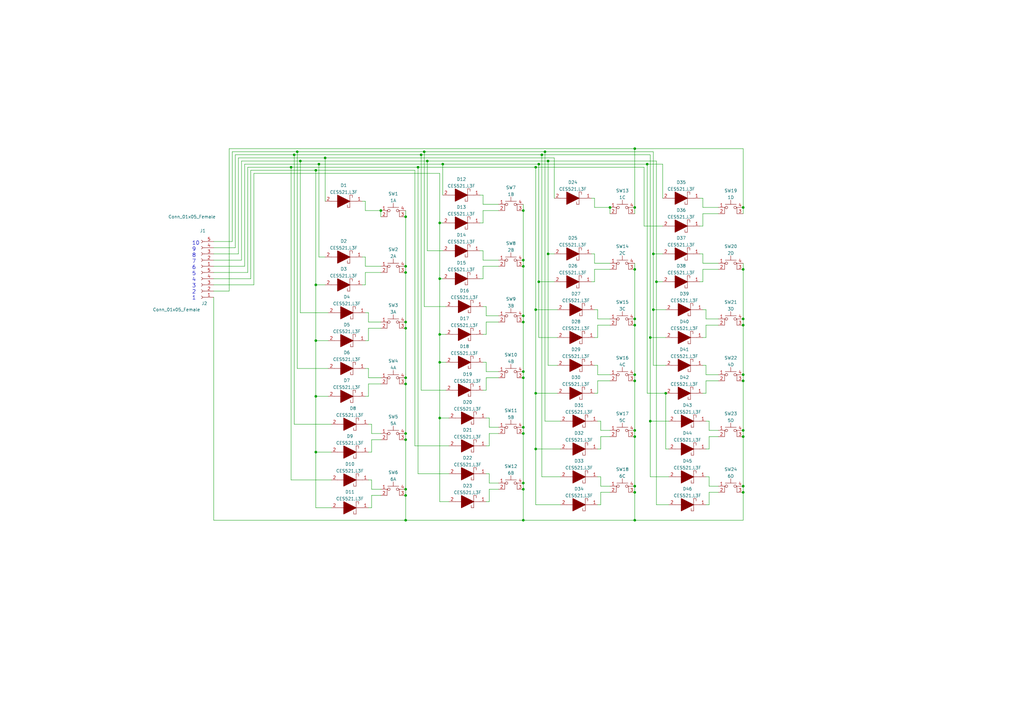
<source format=kicad_sch>
(kicad_sch (version 20211123) (generator eeschema)
  (paper "A3")
  (lib_symbols
    (symbol "Connector:Conn_01x05_Female" (pin_names (offset 1.016) hide)
      (property "Reference" "J" (at 0 7.62 0))
      (property "Value" "Conn_01x05_Female" (at 0 -7.62 0))
      (symbol "Conn_01x05_Female_1_1"
        (pin passive line (at -5.08 5.08 0) (length 3.81) (name "Pin_1") (number "1"))
        (pin passive line (at -5.08 2.54 0) (length 3.81) (name "Pin_2") (number "2"))
        (pin passive line (at -5.08 0 0) (length 3.81) (name "Pin_3") (number "3"))
        (pin passive line (at -5.08 -2.54 0) (length 3.81) (name "Pin_4") (number "4"))
        (pin passive line (at -5.08 -5.08 0) (length 3.81) (name "Pin_5") (number "5"))
      )
    )
    (symbol "SamaSys:CES521,L3F" (pin_names (offset 0.762))
      (property "Reference" "D" (at 12.7 8.89 0))
      (property "Value" "CES521,L3F" (at 12.7 6.35 0))
      (symbol "CES521,L3F_0_0"
        (pin passive line (at 2.54 0 0) (length 2.54) (name "~") (number "1"))
        (pin passive line (at 17.78 0 180) (length 2.54) (name "~") (number "2"))
      )
    )
    (symbol "Switch:SW_MEC_5E" (pin_names (offset 1.016) hide)
      (property "Reference" "SW" (at 0.635 5.715 0))
      (property "Value" "SW_MEC_5E" (at 0 -3.175 0))
      (symbol "SW_MEC_5E_0_1"
        (pin passive line (at -5.08 2.54 0) (length 2.54) (name "1") (number "1"))
        (pin passive line (at -5.08 0 0) (length 2.54) (name "2") (number "2"))
        (pin passive line (at 5.08 0 180) (length 2.54) (name "K") (number "3"))
        (pin passive line (at 5.08 2.54 180) (length 2.54) (name "A") (number "4"))
      )
    )
  )
  (junction (at 304.8 201.93))
  (junction (at 266.7 172.72))
  (junction (at 304.8 176.53))
  (junction (at 266.7 138.43))
  (junction (at 250.19 85.09))
  (junction (at 304.8 179.07))
  (junction (at 214.63 132.08))
  (junction (at 180.34 137.16))
  (junction (at 214.63 213.36))
  (junction (at 219.71 161.29))
  (junction (at 260.35 60.96))
  (junction (at 166.37 132.08))
  (junction (at 304.8 85.09))
  (junction (at 129.54 116.84))
  (junction (at 166.37 88.9))
  (junction (at 304.8 156.21))
  (junction (at 273.05 161.29))
  (junction (at 260.35 85.09))
  (junction (at 166.37 200.66))
  (junction (at 304.8 153.67))
  (junction (at 120.65 63.5))
  (junction (at 133.35 64.77))
  (junction (at 171.45 68.58))
  (junction (at 304.8 110.49))
  (junction (at 180.34 114.3))
  (junction (at 123.19 66.04))
  (junction (at 172.72 63.5))
  (junction (at 129.54 185.42))
  (junction (at 156.21 86.36))
  (junction (at 214.63 198.12))
  (junction (at 260.35 179.07))
  (junction (at 260.35 130.81))
  (junction (at 166.37 109.22))
  (junction (at 129.54 69.85))
  (junction (at 166.37 177.8))
  (junction (at 214.63 200.66))
  (junction (at 214.63 154.94))
  (junction (at 304.8 130.81))
  (junction (at 304.8 133.35))
  (junction (at 260.35 176.53))
  (junction (at 121.92 62.23))
  (junction (at 267.97 127))
  (junction (at 269.24 115.57))
  (junction (at 130.81 67.31))
  (junction (at 220.98 67.31))
  (junction (at 214.63 109.22))
  (junction (at 260.35 199.39))
  (junction (at 180.34 91.44))
  (junction (at 166.37 180.34))
  (junction (at 119.38 68.58))
  (junction (at 224.79 104.14))
  (junction (at 260.35 110.49))
  (junction (at 222.25 63.5))
  (junction (at 214.63 177.8))
  (junction (at 214.63 129.54))
  (junction (at 219.71 127))
  (junction (at 166.37 111.76))
  (junction (at 223.52 62.23))
  (junction (at 214.63 86.36))
  (junction (at 166.37 213.36))
  (junction (at 219.71 68.58))
  (junction (at 260.35 213.36))
  (junction (at 166.37 134.62))
  (junction (at 265.43 67.31))
  (junction (at 129.54 162.56))
  (junction (at 129.54 139.7))
  (junction (at 220.98 115.57))
  (junction (at 260.35 153.67))
  (junction (at 173.99 62.23))
  (junction (at 180.34 171.45))
  (junction (at 224.79 66.04))
  (junction (at 260.35 133.35))
  (junction (at 166.37 154.94))
  (junction (at 166.37 157.48))
  (junction (at 260.35 156.21))
  (junction (at 180.34 148.59))
  (junction (at 304.8 199.39))
  (junction (at 260.35 201.93))
  (junction (at 214.63 152.4))
  (junction (at 267.97 104.14))
  (junction (at 214.63 175.26))
  (junction (at 219.71 184.15))
  (junction (at 166.37 203.2))
  (junction (at 214.63 106.68))
  (junction (at 175.26 66.04))
  (junction (at 181.61 67.31))
  (wire (pts (xy 152.4 203.2) (xy 156.21 203.2)))
  (wire (pts (xy 224.79 104.14) (xy 224.79 66.04)))
  (wire (pts (xy 173.99 62.23) (xy 223.52 62.23)))
  (wire (pts (xy 96.52 63.5) (xy 120.65 63.5)))
  (wire (pts (xy 260.35 213.36) (xy 304.8 213.36)))
  (wire (pts (xy 246.38 201.93) (xy 250.19 201.93)))
  (wire (pts (xy 290.83 207.01) (xy 290.83 201.93)))
  (wire (pts (xy 227.33 64.77) (xy 227.33 81.28)))
  (wire (pts (xy 200.66 177.8) (xy 204.47 177.8)))
  (wire (pts (xy 123.19 128.27) (xy 123.19 66.04)))
  (wire (pts (xy 288.29 127) (xy 289.56 127)))
  (wire (pts (xy 289.56 161.29) (xy 289.56 156.21)))
  (wire (pts (xy 287.02 81.28) (xy 288.29 81.28)))
  (wire (pts (xy 229.87 172.72) (xy 223.52 172.72)))
  (wire (pts (xy 290.83 199.39) (xy 294.64 199.39)))
  (wire (pts (xy 156.21 86.36) (xy 156.21 88.9)))
  (wire (pts (xy 267.97 149.86) (xy 267.97 127)))
  (wire (pts (xy 246.38 195.58) (xy 246.38 199.39)))
  (wire (pts (xy 199.39 137.16) (xy 199.39 132.08)))
  (wire (pts (xy 180.34 114.3) (xy 181.61 114.3)))
  (wire (pts (xy 264.16 68.58) (xy 264.16 92.71)))
  (wire (pts (xy 87.63 111.76) (xy 101.6 111.76)))
  (wire (pts (xy 219.71 161.29) (xy 219.71 184.15)))
  (wire (pts (xy 121.92 151.13) (xy 121.92 62.23)))
  (wire (pts (xy 287.02 104.14) (xy 288.29 104.14)))
  (wire (pts (xy 166.37 157.48) (xy 166.37 177.8)))
  (wire (pts (xy 273.05 161.29) (xy 265.43 161.29)))
  (wire (pts (xy 273.05 149.86) (xy 267.97 149.86)))
  (wire (pts (xy 198.12 125.73) (xy 199.39 125.73)))
  (wire (pts (xy 266.7 172.72) (xy 274.32 172.72)))
  (wire (pts (xy 151.13 132.08) (xy 156.21 132.08)))
  (wire (pts (xy 245.11 127) (xy 245.11 130.81)))
  (wire (pts (xy 229.87 184.15) (xy 219.71 184.15)))
  (wire (pts (xy 148.59 116.84) (xy 149.86 116.84)))
  (wire (pts (xy 214.63 177.8) (xy 214.63 198.12)))
  (wire (pts (xy 180.34 205.74) (xy 184.15 205.74)))
  (wire (pts (xy 260.35 110.49) (xy 260.35 130.81)))
  (wire (pts (xy 151.13 134.62) (xy 156.21 134.62)))
  (wire (pts (xy 246.38 199.39) (xy 250.19 199.39)))
  (wire (pts (xy 180.34 91.44) (xy 181.61 91.44)))
  (wire (pts (xy 304.8 85.09) (xy 304.8 60.96)))
  (wire (pts (xy 152.4 196.85) (xy 152.4 200.66)))
  (wire (pts (xy 288.29 85.09) (xy 294.64 85.09)))
  (wire (pts (xy 289.56 184.15) (xy 290.83 184.15)))
  (wire (pts (xy 166.37 180.34) (xy 166.37 200.66)))
  (wire (pts (xy 228.6 138.43) (xy 220.98 138.43)))
  (wire (pts (xy 269.24 115.57) (xy 269.24 207.01)))
  (wire (pts (xy 304.8 201.93) (xy 304.8 213.36)))
  (wire (pts (xy 99.06 66.04) (xy 123.19 66.04)))
  (wire (pts (xy 180.34 171.45) (xy 180.34 205.74)))
  (wire (pts (xy 214.63 213.36) (xy 260.35 213.36)))
  (wire (pts (xy 99.06 106.68) (xy 99.06 66.04)))
  (wire (pts (xy 220.98 67.31) (xy 265.43 67.31)))
  (wire (pts (xy 219.71 207.01) (xy 219.71 184.15)))
  (wire (pts (xy 222.25 63.5) (xy 266.7 63.5)))
  (wire (pts (xy 219.71 68.58) (xy 264.16 68.58)))
  (wire (pts (xy 130.81 105.41) (xy 130.81 67.31)))
  (wire (pts (xy 97.79 104.14) (xy 97.79 64.77)))
  (wire (pts (xy 227.33 104.14) (xy 224.79 104.14)))
  (wire (pts (xy 166.37 200.66) (xy 166.37 203.2)))
  (wire (pts (xy 120.65 173.99) (xy 120.65 63.5)))
  (wire (pts (xy 180.34 137.16) (xy 182.88 137.16)))
  (wire (pts (xy 199.39 182.88) (xy 200.66 182.88)))
  (wire (pts (xy 170.18 182.88) (xy 184.15 182.88)))
  (wire (pts (xy 224.79 149.86) (xy 224.79 104.14)))
  (wire (pts (xy 175.26 102.87) (xy 175.26 66.04)))
  (wire (pts (xy 180.34 91.44) (xy 180.34 114.3)))
  (wire (pts (xy 170.18 69.85) (xy 170.18 182.88)))
  (wire (pts (xy 269.24 66.04) (xy 269.24 115.57)))
  (wire (pts (xy 228.6 161.29) (xy 219.71 161.29)))
  (wire (pts (xy 227.33 115.57) (xy 220.98 115.57)))
  (wire (pts (xy 199.39 129.54) (xy 204.47 129.54)))
  (wire (pts (xy 149.86 116.84) (xy 149.86 111.76)))
  (wire (pts (xy 87.63 109.22) (xy 100.33 109.22)))
  (wire (pts (xy 245.11 133.35) (xy 250.19 133.35)))
  (wire (pts (xy 199.39 125.73) (xy 199.39 129.54)))
  (wire (pts (xy 224.79 66.04) (xy 269.24 66.04)))
  (wire (pts (xy 133.35 105.41) (xy 130.81 105.41)))
  (wire (pts (xy 152.4 180.34) (xy 156.21 180.34)))
  (wire (pts (xy 260.35 199.39) (xy 260.35 201.93)))
  (wire (pts (xy 198.12 106.68) (xy 204.47 106.68)))
  (wire (pts (xy 104.14 71.12) (xy 180.34 71.12)))
  (wire (pts (xy 151.13 139.7) (xy 151.13 134.62)))
  (wire (pts (xy 200.66 194.31) (xy 200.66 198.12)))
  (wire (pts (xy 198.12 91.44) (xy 198.12 86.36)))
  (wire (pts (xy 171.45 194.31) (xy 171.45 68.58)))
  (wire (pts (xy 245.11 156.21) (xy 250.19 156.21)))
  (wire (pts (xy 151.13 173.99) (xy 152.4 173.99)))
  (wire (pts (xy 246.38 179.07) (xy 250.19 179.07)))
  (wire (pts (xy 148.59 82.55) (xy 149.86 82.55)))
  (wire (pts (xy 87.63 213.36) (xy 166.37 213.36)))
  (wire (pts (xy 151.13 162.56) (xy 151.13 157.48)))
  (wire (pts (xy 260.35 179.07) (xy 260.35 199.39)))
  (wire (pts (xy 243.84 85.09) (xy 250.19 85.09)))
  (wire (pts (xy 304.8 176.53) (xy 304.8 179.07)))
  (wire (pts (xy 243.84 149.86) (xy 245.11 149.86)))
  (wire (pts (xy 223.52 172.72) (xy 223.52 62.23)))
  (wire (pts (xy 200.66 200.66) (xy 204.47 200.66)))
  (wire (pts (xy 260.35 60.96) (xy 260.35 85.09)))
  (wire (pts (xy 119.38 196.85) (xy 119.38 68.58)))
  (wire (pts (xy 246.38 184.15) (xy 246.38 179.07)))
  (wire (pts (xy 288.29 87.63) (xy 294.64 87.63)))
  (wire (pts (xy 129.54 162.56) (xy 129.54 185.42)))
  (wire (pts (xy 267.97 62.23) (xy 267.97 104.14)))
  (wire (pts (xy 152.4 200.66) (xy 156.21 200.66)))
  (wire (pts (xy 129.54 69.85) (xy 170.18 69.85)))
  (wire (pts (xy 87.63 116.84) (xy 104.14 116.84)))
  (wire (pts (xy 304.8 156.21) (xy 304.8 176.53)))
  (wire (pts (xy 171.45 68.58) (xy 219.71 68.58)))
  (wire (pts (xy 245.11 207.01) (xy 246.38 207.01)))
  (wire (pts (xy 246.38 207.01) (xy 246.38 201.93)))
  (wire (pts (xy 129.54 162.56) (xy 134.62 162.56)))
  (wire (pts (xy 166.37 132.08) (xy 166.37 134.62)))
  (wire (pts (xy 102.87 69.85) (xy 129.54 69.85)))
  (wire (pts (xy 242.57 115.57) (xy 243.84 115.57)))
  (wire (pts (xy 214.63 200.66) (xy 214.63 213.36)))
  (wire (pts (xy 152.4 173.99) (xy 152.4 177.8)))
  (wire (pts (xy 245.11 153.67) (xy 250.19 153.67)))
  (wire (pts (xy 199.39 205.74) (xy 200.66 205.74)))
  (wire (pts (xy 87.63 106.68) (xy 99.06 106.68)))
  (wire (pts (xy 198.12 114.3) (xy 198.12 109.22)))
  (wire (pts (xy 229.87 207.01) (xy 219.71 207.01)))
  (wire (pts (xy 214.63 86.36) (xy 214.63 106.68)))
  (wire (pts (xy 151.13 196.85) (xy 152.4 196.85)))
  (wire (pts (xy 290.83 179.07) (xy 294.64 179.07)))
  (wire (pts (xy 181.61 67.31) (xy 181.61 80.01)))
  (wire (pts (xy 135.89 196.85) (xy 119.38 196.85)))
  (wire (pts (xy 260.35 176.53) (xy 260.35 179.07)))
  (wire (pts (xy 274.32 195.58) (xy 266.7 195.58)))
  (wire (pts (xy 129.54 185.42) (xy 135.89 185.42)))
  (wire (pts (xy 151.13 151.13) (xy 151.13 154.94)))
  (wire (pts (xy 200.66 182.88) (xy 200.66 177.8)))
  (wire (pts (xy 166.37 88.9) (xy 166.37 109.22)))
  (wire (pts (xy 123.19 66.04) (xy 175.26 66.04)))
  (wire (pts (xy 266.7 138.43) (xy 266.7 172.72)))
  (wire (pts (xy 214.63 198.12) (xy 214.63 200.66)))
  (wire (pts (xy 260.35 107.95) (xy 260.35 110.49)))
  (wire (pts (xy 198.12 83.82) (xy 204.47 83.82)))
  (wire (pts (xy 96.52 101.6) (xy 96.52 63.5)))
  (wire (pts (xy 304.8 85.09) (xy 304.8 87.63)))
  (wire (pts (xy 152.4 208.28) (xy 152.4 203.2)))
  (wire (pts (xy 87.63 104.14) (xy 97.79 104.14)))
  (wire (pts (xy 289.56 195.58) (xy 290.83 195.58)))
  (wire (pts (xy 269.24 115.57) (xy 271.78 115.57)))
  (wire (pts (xy 289.56 156.21) (xy 294.64 156.21)))
  (wire (pts (xy 151.13 185.42) (xy 152.4 185.42)))
  (wire (pts (xy 95.25 62.23) (xy 121.92 62.23)))
  (wire (pts (xy 180.34 171.45) (xy 184.15 171.45)))
  (wire (pts (xy 184.15 194.31) (xy 171.45 194.31)))
  (wire (pts (xy 180.34 71.12) (xy 180.34 91.44)))
  (wire (pts (xy 149.86 111.76) (xy 156.21 111.76)))
  (wire (pts (xy 149.86 151.13) (xy 151.13 151.13)))
  (wire (pts (xy 274.32 184.15) (xy 273.05 184.15)))
  (wire (pts (xy 267.97 127) (xy 267.97 104.14)))
  (wire (pts (xy 245.11 138.43) (xy 245.11 133.35)))
  (wire (pts (xy 219.71 127) (xy 219.71 161.29)))
  (wire (pts (xy 104.14 116.84) (xy 104.14 71.12)))
  (wire (pts (xy 119.38 68.58) (xy 171.45 68.58)))
  (wire (pts (xy 133.35 64.77) (xy 227.33 64.77)))
  (wire (pts (xy 228.6 127) (xy 219.71 127)))
  (wire (pts (xy 289.56 138.43) (xy 289.56 133.35)))
  (wire (pts (xy 289.56 149.86) (xy 289.56 153.67)))
  (wire (pts (xy 87.63 119.38) (xy 93.98 119.38)))
  (wire (pts (xy 196.85 91.44) (xy 198.12 91.44)))
  (wire (pts (xy 199.39 132.08) (xy 204.47 132.08)))
  (wire (pts (xy 273.05 184.15) (xy 273.05 161.29)))
  (wire (pts (xy 243.84 115.57) (xy 243.84 110.49)))
  (wire (pts (xy 245.11 184.15) (xy 246.38 184.15)))
  (wire (pts (xy 149.86 128.27) (xy 151.13 128.27)))
  (wire (pts (xy 260.35 153.67) (xy 260.35 156.21)))
  (wire (pts (xy 288.29 107.95) (xy 294.64 107.95)))
  (wire (pts (xy 149.86 139.7) (xy 151.13 139.7)))
  (wire (pts (xy 151.13 208.28) (xy 152.4 208.28)))
  (wire (pts (xy 266.7 172.72) (xy 266.7 195.58)))
  (wire (pts (xy 260.35 133.35) (xy 260.35 153.67)))
  (wire (pts (xy 265.43 161.29) (xy 265.43 67.31)))
  (wire (pts (xy 267.97 104.14) (xy 271.78 104.14)))
  (wire (pts (xy 166.37 213.36) (xy 214.63 213.36)))
  (wire (pts (xy 289.56 133.35) (xy 294.64 133.35)))
  (wire (pts (xy 288.29 104.14) (xy 288.29 107.95)))
  (wire (pts (xy 246.38 176.53) (xy 250.19 176.53)))
  (wire (pts (xy 243.84 138.43) (xy 245.11 138.43)))
  (wire (pts (xy 93.98 119.38) (xy 93.98 60.96)))
  (wire (pts (xy 149.86 109.22) (xy 156.21 109.22)))
  (wire (pts (xy 129.54 139.7) (xy 134.62 139.7)))
  (wire (pts (xy 149.86 105.41) (xy 149.86 109.22)))
  (wire (pts (xy 181.61 102.87) (xy 175.26 102.87)))
  (wire (pts (xy 180.34 137.16) (xy 180.34 148.59)))
  (wire (pts (xy 129.54 116.84) (xy 133.35 116.84)))
  (wire (pts (xy 200.66 205.74) (xy 200.66 200.66)))
  (wire (pts (xy 214.63 109.22) (xy 214.63 129.54)))
  (wire (pts (xy 288.29 149.86) (xy 289.56 149.86)))
  (wire (pts (xy 198.12 86.36) (xy 204.47 86.36)))
  (wire (pts (xy 135.89 173.99) (xy 120.65 173.99)))
  (wire (pts (xy 289.56 207.01) (xy 290.83 207.01)))
  (wire (pts (xy 243.84 107.95) (xy 250.19 107.95)))
  (wire (pts (xy 242.57 81.28) (xy 243.84 81.28)))
  (wire (pts (xy 287.02 92.71) (xy 288.29 92.71)))
  (wire (pts (xy 264.16 92.71) (xy 271.78 92.71)))
  (wire (pts (xy 166.37 109.22) (xy 166.37 111.76)))
  (wire (pts (xy 290.83 176.53) (xy 294.64 176.53)))
  (wire (pts (xy 152.4 185.42) (xy 152.4 180.34)))
  (wire (pts (xy 121.92 62.23) (xy 173.99 62.23)))
  (wire (pts (xy 120.65 63.5) (xy 172.72 63.5)))
  (wire (pts (xy 250.19 85.09) (xy 250.19 87.63)))
  (wire (pts (xy 129.54 69.85) (xy 129.54 116.84)))
  (wire (pts (xy 229.87 195.58) (xy 222.25 195.58)))
  (wire (pts (xy 245.11 130.81) (xy 250.19 130.81)))
  (wire (pts (xy 220.98 67.31) (xy 220.98 115.57)))
  (wire (pts (xy 290.83 184.15) (xy 290.83 179.07)))
  (wire (pts (xy 246.38 172.72) (xy 246.38 176.53)))
  (wire (pts (xy 260.35 130.81) (xy 260.35 133.35)))
  (wire (pts (xy 243.84 161.29) (xy 245.11 161.29)))
  (wire (pts (xy 93.98 60.96) (xy 260.35 60.96)))
  (wire (pts (xy 198.12 102.87) (xy 198.12 106.68)))
  (wire (pts (xy 182.88 160.02) (xy 172.72 160.02)))
  (wire (pts (xy 287.02 115.57) (xy 288.29 115.57)))
  (wire (pts (xy 271.78 67.31) (xy 271.78 81.28)))
  (wire (pts (xy 304.8 153.67) (xy 304.8 156.21)))
  (wire (pts (xy 199.39 194.31) (xy 200.66 194.31)))
  (wire (pts (xy 266.7 138.43) (xy 273.05 138.43)))
  (wire (pts (xy 198.12 137.16) (xy 199.39 137.16)))
  (wire (pts (xy 149.86 82.55) (xy 149.86 86.36)))
  (wire (pts (xy 288.29 161.29) (xy 289.56 161.29)))
  (wire (pts (xy 166.37 111.76) (xy 166.37 132.08)))
  (wire (pts (xy 181.61 67.31) (xy 220.98 67.31)))
  (wire (pts (xy 199.39 152.4) (xy 204.47 152.4)))
  (wire (pts (xy 243.84 104.14) (xy 243.84 107.95)))
  (wire (pts (xy 166.37 177.8) (xy 166.37 180.34)))
  (wire (pts (xy 304.8 130.81) (xy 304.8 133.35)))
  (wire (pts (xy 87.63 99.06) (xy 95.25 99.06)))
  (wire (pts (xy 269.24 207.01) (xy 274.32 207.01)))
  (wire (pts (xy 214.63 132.08) (xy 214.63 152.4)))
  (wire (pts (xy 166.37 154.94) (xy 166.37 157.48)))
  (wire (pts (xy 199.39 160.02) (xy 199.39 154.94)))
  (wire (pts (xy 198.12 148.59) (xy 199.39 148.59)))
  (wire (pts (xy 182.88 125.73) (xy 173.99 125.73)))
  (wire (pts (xy 196.85 102.87) (xy 198.12 102.87)))
  (wire (pts (xy 149.86 86.36) (xy 156.21 86.36)))
  (wire (pts (xy 260.35 85.09) (xy 260.35 87.63)))
  (wire (pts (xy 87.63 101.6) (xy 96.52 101.6)))
  (wire (pts (xy 228.6 149.86) (xy 224.79 149.86)))
  (wire (pts (xy 289.56 153.67) (xy 294.64 153.67)))
  (wire (pts (xy 198.12 109.22) (xy 204.47 109.22)))
  (wire (pts (xy 242.57 104.14) (xy 243.84 104.14)))
  (wire (pts (xy 175.26 66.04) (xy 224.79 66.04)))
  (wire (pts (xy 222.25 195.58) (xy 222.25 63.5)))
  (wire (pts (xy 289.56 130.81) (xy 294.64 130.81)))
  (wire (pts (xy 245.11 172.72) (xy 246.38 172.72)))
  (wire (pts (xy 151.13 154.94) (xy 156.21 154.94)))
  (wire (pts (xy 288.29 81.28) (xy 288.29 85.09)))
  (wire (pts (xy 245.11 161.29) (xy 245.11 156.21)))
  (wire (pts (xy 134.62 151.13) (xy 121.92 151.13)))
  (wire (pts (xy 260.35 60.96) (xy 304.8 60.96)))
  (wire (pts (xy 152.4 177.8) (xy 156.21 177.8)))
  (wire (pts (xy 266.7 63.5) (xy 266.7 138.43)))
  (wire (pts (xy 288.29 110.49) (xy 294.64 110.49)))
  (wire (pts (xy 148.59 105.41) (xy 149.86 105.41)))
  (wire (pts (xy 180.34 148.59) (xy 180.34 171.45)))
  (wire (pts (xy 135.89 208.28) (xy 129.54 208.28)))
  (wire (pts (xy 260.35 156.21) (xy 260.35 176.53)))
  (wire (pts (xy 304.8 133.35) (xy 304.8 153.67)))
  (wire (pts (xy 220.98 138.43) (xy 220.98 115.57)))
  (wire (pts (xy 101.6 111.76) (xy 101.6 68.58)))
  (wire (pts (xy 214.63 106.68) (xy 214.63 109.22)))
  (wire (pts (xy 87.63 213.36) (xy 87.63 121.92)))
  (wire (pts (xy 214.63 175.26) (xy 214.63 177.8)))
  (wire (pts (xy 223.52 62.23) (xy 267.97 62.23)))
  (wire (pts (xy 129.54 116.84) (xy 129.54 139.7)))
  (wire (pts (xy 214.63 83.82) (xy 214.63 86.36)))
  (wire (pts (xy 200.66 198.12) (xy 204.47 198.12)))
  (wire (pts (xy 214.63 154.94) (xy 214.63 175.26)))
  (wire (pts (xy 290.83 201.93) (xy 294.64 201.93)))
  (wire (pts (xy 200.66 175.26) (xy 204.47 175.26)))
  (wire (pts (xy 172.72 63.5) (xy 222.25 63.5)))
  (wire (pts (xy 151.13 157.48) (xy 156.21 157.48)))
  (wire (pts (xy 304.8 179.07) (xy 304.8 199.39)))
  (wire (pts (xy 304.8 110.49) (xy 304.8 130.81)))
  (wire (pts (xy 245.11 149.86) (xy 245.11 153.67)))
  (wire (pts (xy 290.83 172.72) (xy 290.83 176.53)))
  (wire (pts (xy 180.34 148.59) (xy 182.88 148.59)))
  (wire (pts (xy 214.63 152.4) (xy 214.63 154.94)))
  (wire (pts (xy 102.87 114.3) (xy 102.87 69.85)))
  (wire (pts (xy 166.37 86.36) (xy 166.37 88.9)))
  (wire (pts (xy 289.56 172.72) (xy 290.83 172.72)))
  (wire (pts (xy 288.29 138.43) (xy 289.56 138.43)))
  (wire (pts (xy 290.83 195.58) (xy 290.83 199.39)))
  (wire (pts (xy 133.35 64.77) (xy 133.35 82.55)))
  (wire (pts (xy 200.66 171.45) (xy 200.66 175.26)))
  (wire (pts (xy 100.33 109.22) (xy 100.33 67.31)))
  (wire (pts (xy 219.71 127) (xy 219.71 68.58)))
  (wire (pts (xy 180.34 114.3) (xy 180.34 137.16)))
  (wire (pts (xy 199.39 154.94) (xy 204.47 154.94)))
  (wire (pts (xy 166.37 134.62) (xy 166.37 154.94)))
  (wire (pts (xy 265.43 67.31) (xy 271.78 67.31)))
  (wire (pts (xy 243.84 110.49) (xy 250.19 110.49)))
  (wire (pts (xy 87.63 114.3) (xy 102.87 114.3)))
  (wire (pts (xy 245.11 195.58) (xy 246.38 195.58)))
  (wire (pts (xy 198.12 160.02) (xy 199.39 160.02)))
  (wire (pts (xy 199.39 171.45) (xy 200.66 171.45)))
  (wire (pts (xy 288.29 92.71) (xy 288.29 87.63)))
  (wire (pts (xy 166.37 203.2) (xy 166.37 213.36)))
  (wire (pts (xy 129.54 208.28) (xy 129.54 185.42)))
  (wire (pts (xy 304.8 199.39) (xy 304.8 201.93)))
  (wire (pts (xy 101.6 68.58) (xy 119.38 68.58)))
  (wire (pts (xy 267.97 127) (xy 273.05 127)))
  (wire (pts (xy 130.81 67.31) (xy 181.61 67.31)))
  (wire (pts (xy 151.13 128.27) (xy 151.13 132.08)))
  (wire (pts (xy 149.86 162.56) (xy 151.13 162.56)))
  (wire (pts (xy 196.85 80.01) (xy 198.12 80.01)))
  (wire (pts (xy 288.29 115.57) (xy 288.29 110.49)))
  (wire (pts (xy 173.99 125.73) (xy 173.99 62.23)))
  (wire (pts (xy 243.84 81.28) (xy 243.84 85.09)))
  (wire (pts (xy 260.35 201.93) (xy 260.35 213.36)))
  (wire (pts (xy 100.33 67.31) (xy 130.81 67.31)))
  (wire (pts (xy 134.62 128.27) (xy 123.19 128.27)))
  (wire (pts (xy 129.54 139.7) (xy 129.54 162.56)))
  (wire (pts (xy 172.72 160.02) (xy 172.72 63.5)))
  (wire (pts (xy 97.79 64.77) (xy 133.35 64.77)))
  (wire (pts (xy 243.84 127) (xy 245.11 127)))
  (wire (pts (xy 196.85 114.3) (xy 198.12 114.3)))
  (wire (pts (xy 198.12 80.01) (xy 198.12 83.82)))
  (wire (pts (xy 214.63 129.54) (xy 214.63 132.08)))
  (wire (pts (xy 199.39 148.59) (xy 199.39 152.4)))
  (wire (pts (xy 289.56 127) (xy 289.56 130.81)))
  (wire (pts (xy 304.8 107.95) (xy 304.8 110.49)))
  (wire (pts (xy 95.25 99.06) (xy 95.25 62.23)))
  (text "10\n9\n8\n7\n6\n5\n4\n3\n2\n1" (at 78.74 123.19 0) (effects (font (size 1.55 1.55)) (justify left bottom)))
  (symbol (lib_id "Switch:SW_MEC_5E") (at 255.27 179.07 0) (unit 1)
    (property "Reference" "SW17" (at 255.27 169.6425 0))
    (property "Value" "5C" (at 255.27 172.4176 0))
    (property "Footprint" "CheshBits:Jaycar SMD Tactical switch" (effects hide))
    (property "Datasheet" "http://www.apem.com/int/index.php?controller=attachment&id_attachment=1371" (effects hide))
  )
  (symbol (lib_id "Switch:SW_MEC_5E") (at 299.72 87.63 0) (unit 1)
    (property "Reference" "SW19" (at 299.72 78.2025 0))
    (property "Value" "1D" (at 299.72 80.9776 0))
    (property "Footprint" "CheshBits:Jaycar SMD Tactical switch" (effects hide))
    (property "Datasheet" "http://www.apem.com/int/index.php?controller=attachment&id_attachment=1371" (effects hide))
  )
  (symbol (lib_id "SamaSys:CES521,L3F") (at 201.93 182.88 180) (unit 1)
    (property "Reference" "D21" (at 191.77 176.3735 0))
    (property "Value" "CES521,L3F" (at 191.77 179.1486 0))
    (property "Footprint" "Diode_SMD:D_SMA" (effects hide))
    (property "Datasheet" "http://toshiba.semicon-storage.com/info/docget.jsp?did=7054&prodName=CES521" (effects hide))
    (property "Description" "Schottky Diodes & Rectifiers SM Sig Schotky Diode 30 VR 0.2A 1 Circuit" (effects hide))
    (property "Height" "0.7" (effects hide))
    (property "Manufacturer_Name" "Toshiba" (effects hide))
    (property "Manufacturer_Part_Number" "CES521,L3F" (effects hide))
    (property "Mouser Part Number" "757-CES521L3F" (effects hide))
    (property "Mouser Price/Stock" "https://www.mouser.co.uk/ProductDetail/Toshiba/CES521L3F?qs=%252B8yZ8wZTKG4XxrwXbkAgcg%3D%3D" (effects hide))
    (property "Arrow Part Number" "CES521,L3F" (effects hide))
    (property "Arrow Price/Stock" "https://www.arrow.com/en/products/ces521l3f/toshiba?region=nac" (effects hide))
  )
  (symbol (lib_id "SamaSys:CES521,L3F") (at 246.38 127 180) (unit 1)
    (property "Reference" "D27" (at 236.22 120.4935 0))
    (property "Value" "CES521,L3F" (at 236.22 123.2686 0))
    (property "Footprint" "Diode_SMD:D_SMA" (effects hide))
    (property "Datasheet" "http://toshiba.semicon-storage.com/info/docget.jsp?did=7054&prodName=CES521" (effects hide))
    (property "Description" "Schottky Diodes & Rectifiers SM Sig Schotky Diode 30 VR 0.2A 1 Circuit" (effects hide))
    (property "Height" "0.7" (effects hide))
    (property "Manufacturer_Name" "Toshiba" (effects hide))
    (property "Manufacturer_Part_Number" "CES521,L3F" (effects hide))
    (property "Mouser Part Number" "757-CES521L3F" (effects hide))
    (property "Mouser Price/Stock" "https://www.mouser.co.uk/ProductDetail/Toshiba/CES521L3F?qs=%252B8yZ8wZTKG4XxrwXbkAgcg%3D%3D" (effects hide))
    (property "Arrow Part Number" "CES521,L3F" (effects hide))
    (property "Arrow Price/Stock" "https://www.arrow.com/en/products/ces521l3f/toshiba?region=nac" (effects hide))
  )
  (symbol (lib_id "Switch:SW_MEC_5E") (at 161.29 88.9 0) (unit 1)
    (property "Reference" "SW1" (at 161.29 79.4725 0))
    (property "Value" "1A" (at 161.29 82.2476 0))
    (property "Footprint" "CheshBits:Jaycar SMD Tactical switch" (effects hide))
    (property "Datasheet" "http://www.apem.com/int/index.php?controller=attachment&id_attachment=1371" (effects hide))
  )
  (symbol (lib_id "Connector:Conn_01x05_Female") (at 82.55 104.14 180) (unit 1)
    (property "Reference" "J1" (at 83.185 94.6363 0))
    (property "Value" "Conn_01x05_Female" (at 78.74 88.9 0))
    (property "Footprint" "Connector_PinHeader_1.27mm:PinHeader_1x05_P1.27mm_Vertical" (effects hide))
  )
  (symbol (lib_id "SamaSys:CES521,L3F") (at 290.83 161.29 180) (unit 1)
    (property "Reference" "D42" (at 280.67 154.7835 0))
    (property "Value" "CES521,L3F" (at 280.67 157.5586 0))
    (property "Footprint" "Diode_SMD:D_SMA" (effects hide))
    (property "Datasheet" "http://toshiba.semicon-storage.com/info/docget.jsp?did=7054&prodName=CES521" (effects hide))
    (property "Description" "Schottky Diodes & Rectifiers SM Sig Schotky Diode 30 VR 0.2A 1 Circuit" (effects hide))
    (property "Height" "0.7" (effects hide))
    (property "Manufacturer_Name" "Toshiba" (effects hide))
    (property "Manufacturer_Part_Number" "CES521,L3F" (effects hide))
    (property "Mouser Part Number" "757-CES521L3F" (effects hide))
    (property "Mouser Price/Stock" "https://www.mouser.co.uk/ProductDetail/Toshiba/CES521L3F?qs=%252B8yZ8wZTKG4XxrwXbkAgcg%3D%3D" (effects hide))
    (property "Arrow Part Number" "CES521,L3F" (effects hide))
    (property "Arrow Price/Stock" "https://www.arrow.com/en/products/ces521l3f/toshiba?region=nac" (effects hide))
  )
  (symbol (lib_id "Switch:SW_MEC_5E") (at 161.29 180.34 0) (unit 1)
    (property "Reference" "SW5" (at 161.29 170.9125 0))
    (property "Value" "5A" (at 161.29 173.6876 0))
    (property "Footprint" "CheshBits:Jaycar SMD Tactical switch" (effects hide))
    (property "Datasheet" "http://www.apem.com/int/index.php?controller=attachment&id_attachment=1371" (effects hide))
  )
  (symbol (lib_id "Switch:SW_MEC_5E") (at 255.27 87.63 0) (unit 1)
    (property "Reference" "SW13" (at 255.27 78.2025 0))
    (property "Value" "1C" (at 255.27 80.9776 0))
    (property "Footprint" "CheshBits:Jaycar SMD Tactical switch" (effects hide))
    (property "Datasheet" "http://www.apem.com/int/index.php?controller=attachment&id_attachment=1371" (effects hide))
  )
  (symbol (lib_id "SamaSys:CES521,L3F") (at 199.39 102.87 180) (unit 1)
    (property "Reference" "D14" (at 189.23 96.3635 0))
    (property "Value" "CES521,L3F" (at 189.23 99.1386 0))
    (property "Footprint" "Diode_SMD:D_SMA" (effects hide))
    (property "Datasheet" "http://toshiba.semicon-storage.com/info/docget.jsp?did=7054&prodName=CES521" (effects hide))
    (property "Description" "Schottky Diodes & Rectifiers SM Sig Schotky Diode 30 VR 0.2A 1 Circuit" (effects hide))
    (property "Height" "0.7" (effects hide))
    (property "Manufacturer_Name" "Toshiba" (effects hide))
    (property "Manufacturer_Part_Number" "CES521,L3F" (effects hide))
    (property "Mouser Part Number" "757-CES521L3F" (effects hide))
    (property "Mouser Price/Stock" "https://www.mouser.co.uk/ProductDetail/Toshiba/CES521L3F?qs=%252B8yZ8wZTKG4XxrwXbkAgcg%3D%3D" (effects hide))
    (property "Arrow Part Number" "CES521,L3F" (effects hide))
    (property "Arrow Price/Stock" "https://www.arrow.com/en/products/ces521l3f/toshiba?region=nac" (effects hide))
  )
  (symbol (lib_id "SamaSys:CES521,L3F") (at 289.56 92.71 180) (unit 1)
    (property "Reference" "D36" (at 279.4 86.2035 0))
    (property "Value" "CES521,L3F" (at 279.4 88.9786 0))
    (property "Footprint" "Diode_SMD:D_SMA" (effects hide))
    (property "Datasheet" "http://toshiba.semicon-storage.com/info/docget.jsp?did=7054&prodName=CES521" (effects hide))
    (property "Description" "Schottky Diodes & Rectifiers SM Sig Schotky Diode 30 VR 0.2A 1 Circuit" (effects hide))
    (property "Height" "0.7" (effects hide))
    (property "Manufacturer_Name" "Toshiba" (effects hide))
    (property "Manufacturer_Part_Number" "CES521,L3F" (effects hide))
    (property "Mouser Part Number" "757-CES521L3F" (effects hide))
    (property "Mouser Price/Stock" "https://www.mouser.co.uk/ProductDetail/Toshiba/CES521L3F?qs=%252B8yZ8wZTKG4XxrwXbkAgcg%3D%3D" (effects hide))
    (property "Arrow Part Number" "CES521,L3F" (effects hide))
    (property "Arrow Price/Stock" "https://www.arrow.com/en/products/ces521l3f/toshiba?region=nac" (effects hide))
  )
  (symbol (lib_id "SamaSys:CES521,L3F") (at 151.13 116.84 180) (unit 1)
    (property "Reference" "D3" (at 140.97 110.3335 0))
    (property "Value" "CES521,L3F" (at 140.97 113.1086 0))
    (property "Footprint" "Diode_SMD:D_SMA" (effects hide))
    (property "Datasheet" "http://toshiba.semicon-storage.com/info/docget.jsp?did=7054&prodName=CES521" (effects hide))
    (property "Description" "Schottky Diodes & Rectifiers SM Sig Schotky Diode 30 VR 0.2A 1 Circuit" (effects hide))
    (property "Height" "0.7" (effects hide))
    (property "Manufacturer_Name" "Toshiba" (effects hide))
    (property "Manufacturer_Part_Number" "CES521,L3F" (effects hide))
    (property "Mouser Part Number" "757-CES521L3F" (effects hide))
    (property "Mouser Price/Stock" "https://www.mouser.co.uk/ProductDetail/Toshiba/CES521L3F?qs=%252B8yZ8wZTKG4XxrwXbkAgcg%3D%3D" (effects hide))
    (property "Arrow Part Number" "CES521,L3F" (effects hide))
    (property "Arrow Price/Stock" "https://www.arrow.com/en/products/ces521l3f/toshiba?region=nac" (effects hide))
  )
  (symbol (lib_id "SamaSys:CES521,L3F") (at 247.65 195.58 180) (unit 1)
    (property "Reference" "D33" (at 237.49 189.0735 0))
    (property "Value" "CES521,L3F" (at 237.49 191.8486 0))
    (property "Footprint" "Diode_SMD:D_SMA" (effects hide))
    (property "Datasheet" "http://toshiba.semicon-storage.com/info/docget.jsp?did=7054&prodName=CES521" (effects hide))
    (property "Description" "Schottky Diodes & Rectifiers SM Sig Schotky Diode 30 VR 0.2A 1 Circuit" (effects hide))
    (property "Height" "0.7" (effects hide))
    (property "Manufacturer_Name" "Toshiba" (effects hide))
    (property "Manufacturer_Part_Number" "CES521,L3F" (effects hide))
    (property "Mouser Part Number" "757-CES521L3F" (effects hide))
    (property "Mouser Price/Stock" "https://www.mouser.co.uk/ProductDetail/Toshiba/CES521L3F?qs=%252B8yZ8wZTKG4XxrwXbkAgcg%3D%3D" (effects hide))
    (property "Arrow Part Number" "CES521,L3F" (effects hide))
    (property "Arrow Price/Stock" "https://www.arrow.com/en/products/ces521l3f/toshiba?region=nac" (effects hide))
  )
  (symbol (lib_id "SamaSys:CES521,L3F") (at 201.93 194.31 180) (unit 1)
    (property "Reference" "D22" (at 191.77 187.8035 0))
    (property "Value" "CES521,L3F" (at 191.77 190.5786 0))
    (property "Footprint" "Diode_SMD:D_SMA" (effects hide))
    (property "Datasheet" "http://toshiba.semicon-storage.com/info/docget.jsp?did=7054&prodName=CES521" (effects hide))
    (property "Description" "Schottky Diodes & Rectifiers SM Sig Schotky Diode 30 VR 0.2A 1 Circuit" (effects hide))
    (property "Height" "0.7" (effects hide))
    (property "Manufacturer_Name" "Toshiba" (effects hide))
    (property "Manufacturer_Part_Number" "CES521,L3F" (effects hide))
    (property "Mouser Part Number" "757-CES521L3F" (effects hide))
    (property "Mouser Price/Stock" "https://www.mouser.co.uk/ProductDetail/Toshiba/CES521L3F?qs=%252B8yZ8wZTKG4XxrwXbkAgcg%3D%3D" (effects hide))
    (property "Arrow Part Number" "CES521,L3F" (effects hide))
    (property "Arrow Price/Stock" "https://www.arrow.com/en/products/ces521l3f/toshiba?region=nac" (effects hide))
  )
  (symbol (lib_id "SamaSys:CES521,L3F") (at 246.38 138.43 180) (unit 1)
    (property "Reference" "D28" (at 236.22 131.9235 0))
    (property "Value" "CES521,L3F" (at 236.22 134.6986 0))
    (property "Footprint" "Diode_SMD:D_SMA" (effects hide))
    (property "Datasheet" "http://toshiba.semicon-storage.com/info/docget.jsp?did=7054&prodName=CES521" (effects hide))
    (property "Description" "Schottky Diodes & Rectifiers SM Sig Schotky Diode 30 VR 0.2A 1 Circuit" (effects hide))
    (property "Height" "0.7" (effects hide))
    (property "Manufacturer_Name" "Toshiba" (effects hide))
    (property "Manufacturer_Part_Number" "CES521,L3F" (effects hide))
    (property "Mouser Part Number" "757-CES521L3F" (effects hide))
    (property "Mouser Price/Stock" "https://www.mouser.co.uk/ProductDetail/Toshiba/CES521L3F?qs=%252B8yZ8wZTKG4XxrwXbkAgcg%3D%3D" (effects hide))
    (property "Arrow Part Number" "CES521,L3F" (effects hide))
    (property "Arrow Price/Stock" "https://www.arrow.com/en/products/ces521l3f/toshiba?region=nac" (effects hide))
  )
  (symbol (lib_id "SamaSys:CES521,L3F") (at 153.67 208.28 180) (unit 1)
    (property "Reference" "D11" (at 143.51 201.7735 0))
    (property "Value" "CES521,L3F" (at 143.51 204.5486 0))
    (property "Footprint" "Diode_SMD:D_SMA" (effects hide))
    (property "Datasheet" "http://toshiba.semicon-storage.com/info/docget.jsp?did=7054&prodName=CES521" (effects hide))
    (property "Description" "Schottky Diodes & Rectifiers SM Sig Schotky Diode 30 VR 0.2A 1 Circuit" (effects hide))
    (property "Height" "0.7" (effects hide))
    (property "Manufacturer_Name" "Toshiba" (effects hide))
    (property "Manufacturer_Part_Number" "CES521,L3F" (effects hide))
    (property "Mouser Part Number" "757-CES521L3F" (effects hide))
    (property "Mouser Price/Stock" "https://www.mouser.co.uk/ProductDetail/Toshiba/CES521L3F?qs=%252B8yZ8wZTKG4XxrwXbkAgcg%3D%3D" (effects hide))
    (property "Arrow Part Number" "CES521,L3F" (effects hide))
    (property "Arrow Price/Stock" "https://www.arrow.com/en/products/ces521l3f/toshiba?region=nac" (effects hide))
  )
  (symbol (lib_id "SamaSys:CES521,L3F") (at 290.83 127 180) (unit 1)
    (property "Reference" "D39" (at 280.67 120.4935 0))
    (property "Value" "CES521,L3F" (at 280.67 123.2686 0))
    (property "Footprint" "Diode_SMD:D_SMA" (effects hide))
    (property "Datasheet" "http://toshiba.semicon-storage.com/info/docget.jsp?did=7054&prodName=CES521" (effects hide))
    (property "Description" "Schottky Diodes & Rectifiers SM Sig Schotky Diode 30 VR 0.2A 1 Circuit" (effects hide))
    (property "Height" "0.7" (effects hide))
    (property "Manufacturer_Name" "Toshiba" (effects hide))
    (property "Manufacturer_Part_Number" "CES521,L3F" (effects hide))
    (property "Mouser Part Number" "757-CES521L3F" (effects hide))
    (property "Mouser Price/Stock" "https://www.mouser.co.uk/ProductDetail/Toshiba/CES521L3F?qs=%252B8yZ8wZTKG4XxrwXbkAgcg%3D%3D" (effects hide))
    (property "Arrow Part Number" "CES521,L3F" (effects hide))
    (property "Arrow Price/Stock" "https://www.arrow.com/en/products/ces521l3f/toshiba?region=nac" (effects hide))
  )
  (symbol (lib_id "SamaSys:CES521,L3F") (at 289.56 115.57 180) (unit 1)
    (property "Reference" "D38" (at 279.4 109.0635 0))
    (property "Value" "CES521,L3F" (at 279.4 111.8386 0))
    (property "Footprint" "Diode_SMD:D_SMA" (effects hide))
    (property "Datasheet" "http://toshiba.semicon-storage.com/info/docget.jsp?did=7054&prodName=CES521" (effects hide))
    (property "Description" "Schottky Diodes & Rectifiers SM Sig Schotky Diode 30 VR 0.2A 1 Circuit" (effects hide))
    (property "Height" "0.7" (effects hide))
    (property "Manufacturer_Name" "Toshiba" (effects hide))
    (property "Manufacturer_Part_Number" "CES521,L3F" (effects hide))
    (property "Mouser Part Number" "757-CES521L3F" (effects hide))
    (property "Mouser Price/Stock" "https://www.mouser.co.uk/ProductDetail/Toshiba/CES521L3F?qs=%252B8yZ8wZTKG4XxrwXbkAgcg%3D%3D" (effects hide))
    (property "Arrow Part Number" "CES521,L3F" (effects hide))
    (property "Arrow Price/Stock" "https://www.arrow.com/en/products/ces521l3f/toshiba?region=nac" (effects hide))
  )
  (symbol (lib_id "Switch:SW_MEC_5E") (at 209.55 86.36 0) (unit 1)
    (property "Reference" "SW7" (at 209.55 76.9325 0))
    (property "Value" "1B" (at 209.55 79.7076 0))
    (property "Footprint" "CheshBits:Jaycar SMD Tactical switch" (effects hide))
    (property "Datasheet" "http://www.apem.com/int/index.php?controller=attachment&id_attachment=1371" (effects hide))
  )
  (symbol (lib_id "SamaSys:CES521,L3F") (at 151.13 82.55 180) (unit 1)
    (property "Reference" "D1" (at 140.97 76.0435 0))
    (property "Value" "CES521,L3F" (at 140.97 78.8186 0))
    (property "Footprint" "Diode_SMD:D_SMA" (effects hide))
    (property "Datasheet" "http://toshiba.semicon-storage.com/info/docget.jsp?did=7054&prodName=CES521" (effects hide))
    (property "Description" "Schottky Diodes & Rectifiers SM Sig Schotky Diode 30 VR 0.2A 1 Circuit" (effects hide))
    (property "Height" "0.7" (effects hide))
    (property "Manufacturer_Name" "Toshiba" (effects hide))
    (property "Manufacturer_Part_Number" "CES521,L3F" (effects hide))
    (property "Mouser Part Number" "757-CES521L3F" (effects hide))
    (property "Mouser Price/Stock" "https://www.mouser.co.uk/ProductDetail/Toshiba/CES521L3F?qs=%252B8yZ8wZTKG4XxrwXbkAgcg%3D%3D" (effects hide))
    (property "Arrow Part Number" "CES521,L3F" (effects hide))
    (property "Arrow Price/Stock" "https://www.arrow.com/en/products/ces521l3f/toshiba?region=nac" (effects hide))
  )
  (symbol (lib_id "Switch:SW_MEC_5E") (at 255.27 156.21 0) (unit 1)
    (property "Reference" "SW16" (at 255.27 146.7825 0))
    (property "Value" "4C" (at 255.27 149.5576 0))
    (property "Footprint" "CheshBits:Jaycar SMD Tactical switch" (effects hide))
    (property "Datasheet" "http://www.apem.com/int/index.php?controller=attachment&id_attachment=1371" (effects hide))
  )
  (symbol (lib_id "Switch:SW_MEC_5E") (at 209.55 132.08 0) (unit 1)
    (property "Reference" "SW9" (at 209.55 122.6525 0))
    (property "Value" "3B" (at 209.55 125.4276 0))
    (property "Footprint" "CheshBits:Jaycar SMD Tactical switch" (effects hide))
    (property "Datasheet" "http://www.apem.com/int/index.php?controller=attachment&id_attachment=1371" (effects hide))
  )
  (symbol (lib_id "SamaSys:CES521,L3F") (at 247.65 172.72 180) (unit 1)
    (property "Reference" "D31" (at 237.49 166.2135 0))
    (property "Value" "CES521,L3F" (at 237.49 168.9886 0))
    (property "Footprint" "Diode_SMD:D_SMA" (effects hide))
    (property "Datasheet" "http://toshiba.semicon-storage.com/info/docget.jsp?did=7054&prodName=CES521" (effects hide))
    (property "Description" "Schottky Diodes & Rectifiers SM Sig Schotky Diode 30 VR 0.2A 1 Circuit" (effects hide))
    (property "Height" "0.7" (effects hide))
    (property "Manufacturer_Name" "Toshiba" (effects hide))
    (property "Manufacturer_Part_Number" "CES521,L3F" (effects hide))
    (property "Mouser Part Number" "757-CES521L3F" (effects hide))
    (property "Mouser Price/Stock" "https://www.mouser.co.uk/ProductDetail/Toshiba/CES521L3F?qs=%252B8yZ8wZTKG4XxrwXbkAgcg%3D%3D" (effects hide))
    (property "Arrow Part Number" "CES521,L3F" (effects hide))
    (property "Arrow Price/Stock" "https://www.arrow.com/en/products/ces521l3f/toshiba?region=nac" (effects hide))
  )
  (symbol (lib_id "SamaSys:CES521,L3F") (at 290.83 138.43 180) (unit 1)
    (property "Reference" "D40" (at 280.67 131.9235 0))
    (property "Value" "CES521,L3F" (at 280.67 134.6986 0))
    (property "Footprint" "Diode_SMD:D_SMA" (effects hide))
    (property "Datasheet" "http://toshiba.semicon-storage.com/info/docget.jsp?did=7054&prodName=CES521" (effects hide))
    (property "Description" "Schottky Diodes & Rectifiers SM Sig Schotky Diode 30 VR 0.2A 1 Circuit" (effects hide))
    (property "Height" "0.7" (effects hide))
    (property "Manufacturer_Name" "Toshiba" (effects hide))
    (property "Manufacturer_Part_Number" "CES521,L3F" (effects hide))
    (property "Mouser Part Number" "757-CES521L3F" (effects hide))
    (property "Mouser Price/Stock" "https://www.mouser.co.uk/ProductDetail/Toshiba/CES521L3F?qs=%252B8yZ8wZTKG4XxrwXbkAgcg%3D%3D" (effects hide))
    (property "Arrow Part Number" "CES521,L3F" (effects hide))
    (property "Arrow Price/Stock" "https://www.arrow.com/en/products/ces521l3f/toshiba?region=nac" (effects hide))
  )
  (symbol (lib_id "SamaSys:CES521,L3F") (at 292.1 195.58 180) (unit 1)
    (property "Reference" "D45" (at 281.94 189.0735 0))
    (property "Value" "CES521,L3F" (at 281.94 191.8486 0))
    (property "Footprint" "Diode_SMD:D_SMA" (effects hide))
    (property "Datasheet" "http://toshiba.semicon-storage.com/info/docget.jsp?did=7054&prodName=CES521" (effects hide))
    (property "Description" "Schottky Diodes & Rectifiers SM Sig Schotky Diode 30 VR 0.2A 1 Circuit" (effects hide))
    (property "Height" "0.7" (effects hide))
    (property "Manufacturer_Name" "Toshiba" (effects hide))
    (property "Manufacturer_Part_Number" "CES521,L3F" (effects hide))
    (property "Mouser Part Number" "757-CES521L3F" (effects hide))
    (property "Mouser Price/Stock" "https://www.mouser.co.uk/ProductDetail/Toshiba/CES521L3F?qs=%252B8yZ8wZTKG4XxrwXbkAgcg%3D%3D" (effects hide))
    (property "Arrow Part Number" "CES521,L3F" (effects hide))
    (property "Arrow Price/Stock" "https://www.arrow.com/en/products/ces521l3f/toshiba?region=nac" (effects hide))
  )
  (symbol (lib_id "SamaSys:CES521,L3F") (at 200.66 125.73 180) (unit 1)
    (property "Reference" "D16" (at 190.5 119.2235 0))
    (property "Value" "CES521,L3F" (at 190.5 121.9986 0))
    (property "Footprint" "Diode_SMD:D_SMA" (effects hide))
    (property "Datasheet" "http://toshiba.semicon-storage.com/info/docget.jsp?did=7054&prodName=CES521" (effects hide))
    (property "Description" "Schottky Diodes & Rectifiers SM Sig Schotky Diode 30 VR 0.2A 1 Circuit" (effects hide))
    (property "Height" "0.7" (effects hide))
    (property "Manufacturer_Name" "Toshiba" (effects hide))
    (property "Manufacturer_Part_Number" "CES521,L3F" (effects hide))
    (property "Mouser Part Number" "757-CES521L3F" (effects hide))
    (property "Mouser Price/Stock" "https://www.mouser.co.uk/ProductDetail/Toshiba/CES521L3F?qs=%252B8yZ8wZTKG4XxrwXbkAgcg%3D%3D" (effects hide))
    (property "Arrow Part Number" "CES521,L3F" (effects hide))
    (property "Arrow Price/Stock" "https://www.arrow.com/en/products/ces521l3f/toshiba?region=nac" (effects hide))
  )
  (symbol (lib_id "SamaSys:CES521,L3F") (at 152.4 151.13 180) (unit 1)
    (property "Reference" "D6" (at 142.24 144.6235 0))
    (property "Value" "CES521,L3F" (at 142.24 147.3986 0))
    (property "Footprint" "Diode_SMD:D_SMA" (effects hide))
    (property "Datasheet" "http://toshiba.semicon-storage.com/info/docget.jsp?did=7054&prodName=CES521" (effects hide))
    (property "Description" "Schottky Diodes & Rectifiers SM Sig Schotky Diode 30 VR 0.2A 1 Circuit" (effects hide))
    (property "Height" "0.7" (effects hide))
    (property "Manufacturer_Name" "Toshiba" (effects hide))
    (property "Manufacturer_Part_Number" "CES521,L3F" (effects hide))
    (property "Mouser Part Number" "757-CES521L3F" (effects hide))
    (property "Mouser Price/Stock" "https://www.mouser.co.uk/ProductDetail/Toshiba/CES521L3F?qs=%252B8yZ8wZTKG4XxrwXbkAgcg%3D%3D" (effects hide))
    (property "Arrow Part Number" "CES521,L3F" (effects hide))
    (property "Arrow Price/Stock" "https://www.arrow.com/en/products/ces521l3f/toshiba?region=nac" (effects hide))
  )
  (symbol (lib_id "SamaSys:CES521,L3F") (at 292.1 184.15 180) (unit 1)
    (property "Reference" "D44" (at 281.94 177.6435 0))
    (property "Value" "CES521,L3F" (at 281.94 180.4186 0))
    (property "Footprint" "Diode_SMD:D_SMA" (effects hide))
    (property "Datasheet" "http://toshiba.semicon-storage.com/info/docget.jsp?did=7054&prodName=CES521" (effects hide))
    (property "Description" "Schottky Diodes & Rectifiers SM Sig Schotky Diode 30 VR 0.2A 1 Circuit" (effects hide))
    (property "Height" "0.7" (effects hide))
    (property "Manufacturer_Name" "Toshiba" (effects hide))
    (property "Manufacturer_Part_Number" "CES521,L3F" (effects hide))
    (property "Mouser Part Number" "757-CES521L3F" (effects hide))
    (property "Mouser Price/Stock" "https://www.mouser.co.uk/ProductDetail/Toshiba/CES521L3F?qs=%252B8yZ8wZTKG4XxrwXbkAgcg%3D%3D" (effects hide))
    (property "Arrow Part Number" "CES521,L3F" (effects hide))
    (property "Arrow Price/Stock" "https://www.arrow.com/en/products/ces521l3f/toshiba?region=nac" (effects hide))
  )
  (symbol (lib_id "Switch:SW_MEC_5E") (at 161.29 157.48 0) (unit 1)
    (property "Reference" "SW4" (at 161.29 148.0525 0))
    (property "Value" "4A" (at 161.29 150.8276 0))
    (property "Footprint" "CheshBits:Jaycar SMD Tactical switch" (effects hide))
    (property "Datasheet" "http://www.apem.com/int/index.php?controller=attachment&id_attachment=1371" (effects hide))
  )
  (symbol (lib_id "SamaSys:CES521,L3F") (at 246.38 149.86 180) (unit 1)
    (property "Reference" "D29" (at 236.22 143.3535 0))
    (property "Value" "CES521,L3F" (at 236.22 146.1286 0))
    (property "Footprint" "Diode_SMD:D_SMA" (effects hide))
    (property "Datasheet" "http://toshiba.semicon-storage.com/info/docget.jsp?did=7054&prodName=CES521" (effects hide))
    (property "Description" "Schottky Diodes & Rectifiers SM Sig Schotky Diode 30 VR 0.2A 1 Circuit" (effects hide))
    (property "Height" "0.7" (effects hide))
    (property "Manufacturer_Name" "Toshiba" (effects hide))
    (property "Manufacturer_Part_Number" "CES521,L3F" (effects hide))
    (property "Mouser Part Number" "757-CES521L3F" (effects hide))
    (property "Mouser Price/Stock" "https://www.mouser.co.uk/ProductDetail/Toshiba/CES521L3F?qs=%252B8yZ8wZTKG4XxrwXbkAgcg%3D%3D" (effects hide))
    (property "Arrow Part Number" "CES521,L3F" (effects hide))
    (property "Arrow Price/Stock" "https://www.arrow.com/en/products/ces521l3f/toshiba?region=nac" (effects hide))
  )
  (symbol (lib_id "SamaSys:CES521,L3F") (at 151.13 105.41 180) (unit 1)
    (property "Reference" "D2" (at 140.97 98.9035 0))
    (property "Value" "CES521,L3F" (at 140.97 101.6786 0))
    (property "Footprint" "Diode_SMD:D_SMA" (effects hide))
    (property "Datasheet" "http://toshiba.semicon-storage.com/info/docget.jsp?did=7054&prodName=CES521" (effects hide))
    (property "Description" "Schottky Diodes & Rectifiers SM Sig Schotky Diode 30 VR 0.2A 1 Circuit" (effects hide))
    (property "Height" "0.7" (effects hide))
    (property "Manufacturer_Name" "Toshiba" (effects hide))
    (property "Manufacturer_Part_Number" "CES521,L3F" (effects hide))
    (property "Mouser Part Number" "757-CES521L3F" (effects hide))
    (property "Mouser Price/Stock" "https://www.mouser.co.uk/ProductDetail/Toshiba/CES521L3F?qs=%252B8yZ8wZTKG4XxrwXbkAgcg%3D%3D" (effects hide))
    (property "Arrow Part Number" "CES521,L3F" (effects hide))
    (property "Arrow Price/Stock" "https://www.arrow.com/en/products/ces521l3f/toshiba?region=nac" (effects hide))
  )
  (symbol (lib_id "SamaSys:CES521,L3F") (at 152.4 128.27 180) (unit 1)
    (property "Reference" "D4" (at 142.24 121.7635 0))
    (property "Value" "CES521,L3F" (at 142.24 124.5386 0))
    (property "Footprint" "Diode_SMD:D_SMA" (effects hide))
    (property "Datasheet" "http://toshiba.semicon-storage.com/info/docget.jsp?did=7054&prodName=CES521" (effects hide))
    (property "Description" "Schottky Diodes & Rectifiers SM Sig Schotky Diode 30 VR 0.2A 1 Circuit" (effects hide))
    (property "Height" "0.7" (effects hide))
    (property "Manufacturer_Name" "Toshiba" (effects hide))
    (property "Manufacturer_Part_Number" "CES521,L3F" (effects hide))
    (property "Mouser Part Number" "757-CES521L3F" (effects hide))
    (property "Mouser Price/Stock" "https://www.mouser.co.uk/ProductDetail/Toshiba/CES521L3F?qs=%252B8yZ8wZTKG4XxrwXbkAgcg%3D%3D" (effects hide))
    (property "Arrow Part Number" "CES521,L3F" (effects hide))
    (property "Arrow Price/Stock" "https://www.arrow.com/en/products/ces521l3f/toshiba?region=nac" (effects hide))
  )
  (symbol (lib_id "SamaSys:CES521,L3F") (at 245.11 104.14 180) (unit 1)
    (property "Reference" "D25" (at 234.95 97.6335 0))
    (property "Value" "CES521,L3F" (at 234.95 100.4086 0))
    (property "Footprint" "Diode_SMD:D_SMA" (effects hide))
    (property "Datasheet" "http://toshiba.semicon-storage.com/info/docget.jsp?did=7054&prodName=CES521" (effects hide))
    (property "Description" "Schottky Diodes & Rectifiers SM Sig Schotky Diode 30 VR 0.2A 1 Circuit" (effects hide))
    (property "Height" "0.7" (effects hide))
    (property "Manufacturer_Name" "Toshiba" (effects hide))
    (property "Manufacturer_Part_Number" "CES521,L3F" (effects hide))
    (property "Mouser Part Number" "757-CES521L3F" (effects hide))
    (property "Mouser Price/Stock" "https://www.mouser.co.uk/ProductDetail/Toshiba/CES521L3F?qs=%252B8yZ8wZTKG4XxrwXbkAgcg%3D%3D" (effects hide))
    (property "Arrow Part Number" "CES521,L3F" (effects hide))
    (property "Arrow Price/Stock" "https://www.arrow.com/en/products/ces521l3f/toshiba?region=nac" (effects hide))
  )
  (symbol (lib_id "Switch:SW_MEC_5E") (at 209.55 200.66 0) (unit 1)
    (property "Reference" "SW12" (at 209.55 191.2325 0))
    (property "Value" "6B" (at 209.55 194.0076 0))
    (property "Footprint" "CheshBits:Jaycar SMD Tactical switch" (effects hide))
    (property "Datasheet" "http://www.apem.com/int/index.php?controller=attachment&id_attachment=1371" (effects hide))
  )
  (symbol (lib_id "SamaSys:CES521,L3F") (at 246.38 161.29 180) (unit 1)
    (property "Reference" "D30" (at 236.22 154.7835 0))
    (property "Value" "CES521,L3F" (at 236.22 157.5586 0))
    (property "Footprint" "Diode_SMD:D_SMA" (effects hide))
    (property "Datasheet" "http://toshiba.semicon-storage.com/info/docget.jsp?did=7054&prodName=CES521" (effects hide))
    (property "Description" "Schottky Diodes & Rectifiers SM Sig Schotky Diode 30 VR 0.2A 1 Circuit" (effects hide))
    (property "Height" "0.7" (effects hide))
    (property "Manufacturer_Name" "Toshiba" (effects hide))
    (property "Manufacturer_Part_Number" "CES521,L3F" (effects hide))
    (property "Mouser Part Number" "757-CES521L3F" (effects hide))
    (property "Mouser Price/Stock" "https://www.mouser.co.uk/ProductDetail/Toshiba/CES521L3F?qs=%252B8yZ8wZTKG4XxrwXbkAgcg%3D%3D" (effects hide))
    (property "Arrow Part Number" "CES521,L3F" (effects hide))
    (property "Arrow Price/Stock" "https://www.arrow.com/en/products/ces521l3f/toshiba?region=nac" (effects hide))
  )
  (symbol (lib_id "Switch:SW_MEC_5E") (at 161.29 111.76 0) (unit 1)
    (property "Reference" "SW2" (at 161.29 102.3325 0))
    (property "Value" "2A" (at 161.29 105.1076 0))
    (property "Footprint" "CheshBits:Jaycar SMD Tactical switch" (effects hide))
    (property "Datasheet" "http://www.apem.com/int/index.php?controller=attachment&id_attachment=1371" (effects hide))
  )
  (symbol (lib_id "SamaSys:CES521,L3F") (at 292.1 172.72 180) (unit 1)
    (property "Reference" "D43" (at 281.94 166.2135 0))
    (property "Value" "CES521,L3F" (at 281.94 168.9886 0))
    (property "Footprint" "Diode_SMD:D_SMA" (effects hide))
    (property "Datasheet" "http://toshiba.semicon-storage.com/info/docget.jsp?did=7054&prodName=CES521" (effects hide))
    (property "Description" "Schottky Diodes & Rectifiers SM Sig Schotky Diode 30 VR 0.2A 1 Circuit" (effects hide))
    (property "Height" "0.7" (effects hide))
    (property "Manufacturer_Name" "Toshiba" (effects hide))
    (property "Manufacturer_Part_Number" "CES521,L3F" (effects hide))
    (property "Mouser Part Number" "757-CES521L3F" (effects hide))
    (property "Mouser Price/Stock" "https://www.mouser.co.uk/ProductDetail/Toshiba/CES521L3F?qs=%252B8yZ8wZTKG4XxrwXbkAgcg%3D%3D" (effects hide))
    (property "Arrow Part Number" "CES521,L3F" (effects hide))
    (property "Arrow Price/Stock" "https://www.arrow.com/en/products/ces521l3f/toshiba?region=nac" (effects hide))
  )
  (symbol (lib_id "SamaSys:CES521,L3F") (at 245.11 115.57 180) (unit 1)
    (property "Reference" "D26" (at 234.95 109.0635 0))
    (property "Value" "CES521,L3F" (at 234.95 111.8386 0))
    (property "Footprint" "Diode_SMD:D_SMA" (effects hide))
    (property "Datasheet" "http://toshiba.semicon-storage.com/info/docget.jsp?did=7054&prodName=CES521" (effects hide))
    (property "Description" "Schottky Diodes & Rectifiers SM Sig Schotky Diode 30 VR 0.2A 1 Circuit" (effects hide))
    (property "Height" "0.7" (effects hide))
    (property "Manufacturer_Name" "Toshiba" (effects hide))
    (property "Manufacturer_Part_Number" "CES521,L3F" (effects hide))
    (property "Mouser Part Number" "757-CES521L3F" (effects hide))
    (property "Mouser Price/Stock" "https://www.mouser.co.uk/ProductDetail/Toshiba/CES521L3F?qs=%252B8yZ8wZTKG4XxrwXbkAgcg%3D%3D" (effects hide))
    (property "Arrow Part Number" "CES521,L3F" (effects hide))
    (property "Arrow Price/Stock" "https://www.arrow.com/en/products/ces521l3f/toshiba?region=nac" (effects hide))
  )
  (symbol (lib_id "SamaSys:CES521,L3F") (at 200.66 148.59 180) (unit 1)
    (property "Reference" "D18" (at 190.5 142.0835 0))
    (property "Value" "CES521,L3F" (at 190.5 144.8586 0))
    (property "Footprint" "Diode_SMD:D_SMA" (effects hide))
    (property "Datasheet" "http://toshiba.semicon-storage.com/info/docget.jsp?did=7054&prodName=CES521" (effects hide))
    (property "Description" "Schottky Diodes & Rectifiers SM Sig Schotky Diode 30 VR 0.2A 1 Circuit" (effects hide))
    (property "Height" "0.7" (effects hide))
    (property "Manufacturer_Name" "Toshiba" (effects hide))
    (property "Manufacturer_Part_Number" "CES521,L3F" (effects hide))
    (property "Mouser Part Number" "757-CES521L3F" (effects hide))
    (property "Mouser Price/Stock" "https://www.mouser.co.uk/ProductDetail/Toshiba/CES521L3F?qs=%252B8yZ8wZTKG4XxrwXbkAgcg%3D%3D" (effects hide))
    (property "Arrow Part Number" "CES521,L3F" (effects hide))
    (property "Arrow Price/Stock" "https://www.arrow.com/en/products/ces521l3f/toshiba?region=nac" (effects hide))
  )
  (symbol (lib_id "Switch:SW_MEC_5E") (at 299.72 156.21 0) (unit 1)
    (property "Reference" "SW22" (at 299.72 146.7825 0))
    (property "Value" "4D" (at 299.72 149.5576 0))
    (property "Footprint" "CheshBits:Jaycar SMD Tactical switch" (effects hide))
    (property "Datasheet" "http://www.apem.com/int/index.php?controller=attachment&id_attachment=1371" (effects hide))
  )
  (symbol (lib_id "Switch:SW_MEC_5E") (at 255.27 133.35 0) (unit 1)
    (property "Reference" "SW15" (at 255.27 123.9225 0))
    (property "Value" "3C" (at 255.27 126.6976 0))
    (property "Footprint" "CheshBits:Jaycar SMD Tactical switch" (effects hide))
    (property "Datasheet" "http://www.apem.com/int/index.php?controller=attachment&id_attachment=1371" (effects hide))
  )
  (symbol (lib_id "SamaSys:CES521,L3F") (at 200.66 160.02 180) (unit 1)
    (property "Reference" "D19" (at 191.77 153.5135 0))
    (property "Value" "CES521,L3F" (at 191.77 156.2886 0))
    (property "Footprint" "Diode_SMD:D_SMA" (effects hide))
    (property "Datasheet" "http://toshiba.semicon-storage.com/info/docget.jsp?did=7054&prodName=CES521" (effects hide))
    (property "Description" "Schottky Diodes & Rectifiers SM Sig Schotky Diode 30 VR 0.2A 1 Circuit" (effects hide))
    (property "Height" "0.7" (effects hide))
    (property "Manufacturer_Name" "Toshiba" (effects hide))
    (property "Manufacturer_Part_Number" "CES521,L3F" (effects hide))
    (property "Mouser Part Number" "757-CES521L3F" (effects hide))
    (property "Mouser Price/Stock" "https://www.mouser.co.uk/ProductDetail/Toshiba/CES521L3F?qs=%252B8yZ8wZTKG4XxrwXbkAgcg%3D%3D" (effects hide))
    (property "Arrow Part Number" "CES521,L3F" (effects hide))
    (property "Arrow Price/Stock" "https://www.arrow.com/en/products/ces521l3f/toshiba?region=nac" (effects hide))
  )
  (symbol (lib_id "Switch:SW_MEC_5E") (at 209.55 154.94 0) (unit 1)
    (property "Reference" "SW10" (at 209.55 145.5125 0))
    (property "Value" "4B" (at 209.55 148.2876 0))
    (property "Footprint" "CheshBits:Jaycar SMD Tactical switch" (effects hide))
    (property "Datasheet" "http://www.apem.com/int/index.php?controller=attachment&id_attachment=1371" (effects hide))
  )
  (symbol (lib_id "SamaSys:CES521,L3F") (at 152.4 139.7 180) (unit 1)
    (property "Reference" "D5" (at 142.24 133.1935 0))
    (property "Value" "CES521,L3F" (at 142.24 135.9686 0))
    (property "Footprint" "Diode_SMD:D_SMA" (effects hide))
    (property "Datasheet" "http://toshiba.semicon-storage.com/info/docget.jsp?did=7054&prodName=CES521" (effects hide))
    (property "Description" "Schottky Diodes & Rectifiers SM Sig Schotky Diode 30 VR 0.2A 1 Circuit" (effects hide))
    (property "Height" "0.7" (effects hide))
    (property "Manufacturer_Name" "Toshiba" (effects hide))
    (property "Manufacturer_Part_Number" "CES521,L3F" (effects hide))
    (property "Mouser Part Number" "757-CES521L3F" (effects hide))
    (property "Mouser Price/Stock" "https://www.mouser.co.uk/ProductDetail/Toshiba/CES521L3F?qs=%252B8yZ8wZTKG4XxrwXbkAgcg%3D%3D" (effects hide))
    (property "Arrow Part Number" "CES521,L3F" (effects hide))
    (property "Arrow Price/Stock" "https://www.arrow.com/en/products/ces521l3f/toshiba?region=nac" (effects hide))
  )
  (symbol (lib_id "Switch:SW_MEC_5E") (at 255.27 110.49 0) (unit 1)
    (property "Reference" "SW14" (at 255.27 101.0625 0))
    (property "Value" "2C" (at 255.27 103.8376 0))
    (property "Footprint" "CheshBits:Jaycar SMD Tactical switch" (effects hide))
    (property "Datasheet" "http://www.apem.com/int/index.php?controller=attachment&id_attachment=1371" (effects hide))
  )
  (symbol (lib_id "SamaSys:CES521,L3F") (at 245.11 81.28 180) (unit 1)
    (property "Reference" "D24" (at 234.95 74.7735 0))
    (property "Value" "CES521,L3F" (at 234.95 77.5486 0))
    (property "Footprint" "Diode_SMD:D_SMA" (effects hide))
    (property "Datasheet" "http://toshiba.semicon-storage.com/info/docget.jsp?did=7054&prodName=CES521" (effects hide))
    (property "Description" "Schottky Diodes & Rectifiers SM Sig Schotky Diode 30 VR 0.2A 1 Circuit" (effects hide))
    (property "Height" "0.7" (effects hide))
    (property "Manufacturer_Name" "Toshiba" (effects hide))
    (property "Manufacturer_Part_Number" "CES521,L3F" (effects hide))
    (property "Mouser Part Number" "757-CES521L3F" (effects hide))
    (property "Mouser Price/Stock" "https://www.mouser.co.uk/ProductDetail/Toshiba/CES521L3F?qs=%252B8yZ8wZTKG4XxrwXbkAgcg%3D%3D" (effects hide))
    (property "Arrow Part Number" "CES521,L3F" (effects hide))
    (property "Arrow Price/Stock" "https://www.arrow.com/en/products/ces521l3f/toshiba?region=nac" (effects hide))
  )
  (symbol (lib_id "SamaSys:CES521,L3F") (at 199.39 91.44 180) (unit 1)
    (property "Reference" "D13" (at 189.23 84.9335 0))
    (property "Value" "CES521,L3F" (at 189.23 87.7086 0))
    (property "Footprint" "Diode_SMD:D_SMA" (effects hide))
    (property "Datasheet" "http://toshiba.semicon-storage.com/info/docget.jsp?did=7054&prodName=CES521" (effects hide))
    (property "Description" "Schottky Diodes & Rectifiers SM Sig Schotky Diode 30 VR 0.2A 1 Circuit" (effects hide))
    (property "Height" "0.7" (effects hide))
    (property "Manufacturer_Name" "Toshiba" (effects hide))
    (property "Manufacturer_Part_Number" "CES521,L3F" (effects hide))
    (property "Mouser Part Number" "757-CES521L3F" (effects hide))
    (property "Mouser Price/Stock" "https://www.mouser.co.uk/ProductDetail/Toshiba/CES521L3F?qs=%252B8yZ8wZTKG4XxrwXbkAgcg%3D%3D" (effects hide))
    (property "Arrow Part Number" "CES521,L3F" (effects hide))
    (property "Arrow Price/Stock" "https://www.arrow.com/en/products/ces521l3f/toshiba?region=nac" (effects hide))
  )
  (symbol (lib_id "Switch:SW_MEC_5E") (at 161.29 203.2 0) (unit 1)
    (property "Reference" "SW6" (at 161.29 193.7725 0))
    (property "Value" "6A" (at 161.29 196.5476 0))
    (property "Footprint" "CheshBits:Jaycar SMD Tactical switch" (effects hide))
    (property "Datasheet" "http://www.apem.com/int/index.php?controller=attachment&id_attachment=1371" (effects hide))
  )
  (symbol (lib_id "SamaSys:CES521,L3F") (at 201.93 171.45 180) (unit 1)
    (property "Reference" "D20" (at 191.77 164.9435 0))
    (property "Value" "CES521,L3F" (at 191.77 167.7186 0))
    (property "Footprint" "Diode_SMD:D_SMA" (effects hide))
    (property "Datasheet" "http://toshiba.semicon-storage.com/info/docget.jsp?did=7054&prodName=CES521" (effects hide))
    (property "Description" "Schottky Diodes & Rectifiers SM Sig Schotky Diode 30 VR 0.2A 1 Circuit" (effects hide))
    (property "Height" "0.7" (effects hide))
    (property "Manufacturer_Name" "Toshiba" (effects hide))
    (property "Manufacturer_Part_Number" "CES521,L3F" (effects hide))
    (property "Mouser Part Number" "757-CES521L3F" (effects hide))
    (property "Mouser Price/Stock" "https://www.mouser.co.uk/ProductDetail/Toshiba/CES521L3F?qs=%252B8yZ8wZTKG4XxrwXbkAgcg%3D%3D" (effects hide))
    (property "Arrow Part Number" "CES521,L3F" (effects hide))
    (property "Arrow Price/Stock" "https://www.arrow.com/en/products/ces521l3f/toshiba?region=nac" (effects hide))
  )
  (symbol (lib_id "Switch:SW_MEC_5E") (at 209.55 109.22 0) (unit 1)
    (property "Reference" "SW8" (at 209.55 99.7925 0))
    (property "Value" "2B" (at 209.55 102.5676 0))
    (property "Footprint" "CheshBits:Jaycar SMD Tactical switch" (effects hide))
    (property "Datasheet" "http://www.apem.com/int/index.php?controller=attachment&id_attachment=1371" (effects hide))
  )
  (symbol (lib_id "SamaSys:CES521,L3F") (at 292.1 207.01 180) (unit 1)
    (property "Reference" "D46" (at 281.94 200.5035 0))
    (property "Value" "CES521,L3F" (at 281.94 203.2786 0))
    (property "Footprint" "Diode_SMD:D_SMA" (effects hide))
    (property "Datasheet" "http://toshiba.semicon-storage.com/info/docget.jsp?did=7054&prodName=CES521" (effects hide))
    (property "Description" "Schottky Diodes & Rectifiers SM Sig Schotky Diode 30 VR 0.2A 1 Circuit" (effects hide))
    (property "Height" "0.7" (effects hide))
    (property "Manufacturer_Name" "Toshiba" (effects hide))
    (property "Manufacturer_Part_Number" "CES521,L3F" (effects hide))
    (property "Mouser Part Number" "757-CES521L3F" (effects hide))
    (property "Mouser Price/Stock" "https://www.mouser.co.uk/ProductDetail/Toshiba/CES521L3F?qs=%252B8yZ8wZTKG4XxrwXbkAgcg%3D%3D" (effects hide))
    (property "Arrow Part Number" "CES521,L3F" (effects hide))
    (property "Arrow Price/Stock" "https://www.arrow.com/en/products/ces521l3f/toshiba?region=nac" (effects hide))
  )
  (symbol (lib_id "Switch:SW_MEC_5E") (at 299.72 179.07 0) (unit 1)
    (property "Reference" "SW23" (at 299.72 169.6425 0))
    (property "Value" "5D" (at 299.72 172.4176 0))
    (property "Footprint" "CheshBits:Jaycar SMD Tactical switch" (effects hide))
    (property "Datasheet" "http://www.apem.com/int/index.php?controller=attachment&id_attachment=1371" (effects hide))
  )
  (symbol (lib_id "SamaSys:CES521,L3F") (at 199.39 114.3 180) (unit 1)
    (property "Reference" "D15" (at 189.23 107.7935 0))
    (property "Value" "CES521,L3F" (at 189.23 110.5686 0))
    (property "Footprint" "Diode_SMD:D_SMA" (effects hide))
    (property "Datasheet" "http://toshiba.semicon-storage.com/info/docget.jsp?did=7054&prodName=CES521" (effects hide))
    (property "Description" "Schottky Diodes & Rectifiers SM Sig Schotky Diode 30 VR 0.2A 1 Circuit" (effects hide))
    (property "Height" "0.7" (effects hide))
    (property "Manufacturer_Name" "Toshiba" (effects hide))
    (property "Manufacturer_Part_Number" "CES521,L3F" (effects hide))
    (property "Mouser Part Number" "757-CES521L3F" (effects hide))
    (property "Mouser Price/Stock" "https://www.mouser.co.uk/ProductDetail/Toshiba/CES521L3F?qs=%252B8yZ8wZTKG4XxrwXbkAgcg%3D%3D" (effects hide))
    (property "Arrow Part Number" "CES521,L3F" (effects hide))
    (property "Arrow Price/Stock" "https://www.arrow.com/en/products/ces521l3f/toshiba?region=nac" (effects hide))
  )
  (symbol (lib_id "Switch:SW_MEC_5E") (at 299.72 201.93 0) (unit 1)
    (property "Reference" "SW24" (at 299.72 192.5025 0))
    (property "Value" "6D" (at 299.72 195.2776 0))
    (property "Footprint" "CheshBits:Jaycar SMD Tactical switch" (effects hide))
    (property "Datasheet" "http://www.apem.com/int/index.php?controller=attachment&id_attachment=1371" (effects hide))
  )
  (symbol (lib_id "SamaSys:CES521,L3F") (at 247.65 184.15 180) (unit 1)
    (property "Reference" "D32" (at 237.49 177.6435 0))
    (property "Value" "CES521,L3F" (at 237.49 180.4186 0))
    (property "Footprint" "Diode_SMD:D_SMA" (effects hide))
    (property "Datasheet" "http://toshiba.semicon-storage.com/info/docget.jsp?did=7054&prodName=CES521" (effects hide))
    (property "Description" "Schottky Diodes & Rectifiers SM Sig Schotky Diode 30 VR 0.2A 1 Circuit" (effects hide))
    (property "Height" "0.7" (effects hide))
    (property "Manufacturer_Name" "Toshiba" (effects hide))
    (property "Manufacturer_Part_Number" "CES521,L3F" (effects hide))
    (property "Mouser Part Number" "757-CES521L3F" (effects hide))
    (property "Mouser Price/Stock" "https://www.mouser.co.uk/ProductDetail/Toshiba/CES521L3F?qs=%252B8yZ8wZTKG4XxrwXbkAgcg%3D%3D" (effects hide))
    (property "Arrow Part Number" "CES521,L3F" (effects hide))
    (property "Arrow Price/Stock" "https://www.arrow.com/en/products/ces521l3f/toshiba?region=nac" (effects hide))
  )
  (symbol (lib_id "Switch:SW_MEC_5E") (at 255.27 201.93 0) (unit 1)
    (property "Reference" "SW18" (at 255.27 192.5025 0))
    (property "Value" "6C" (at 255.27 195.2776 0))
    (property "Footprint" "CheshBits:Jaycar SMD Tactical switch" (effects hide))
    (property "Datasheet" "http://www.apem.com/int/index.php?controller=attachment&id_attachment=1371" (effects hide))
  )
  (symbol (lib_id "SamaSys:CES521,L3F") (at 290.83 149.86 180) (unit 1)
    (property "Reference" "D41" (at 280.67 143.3535 0))
    (property "Value" "CES521,L3F" (at 280.67 146.1286 0))
    (property "Footprint" "Diode_SMD:D_SMA" (effects hide))
    (property "Datasheet" "http://toshiba.semicon-storage.com/info/docget.jsp?did=7054&prodName=CES521" (effects hide))
    (property "Description" "Schottky Diodes & Rectifiers SM Sig Schotky Diode 30 VR 0.2A 1 Circuit" (effects hide))
    (property "Height" "0.7" (effects hide))
    (property "Manufacturer_Name" "Toshiba" (effects hide))
    (property "Manufacturer_Part_Number" "CES521,L3F" (effects hide))
    (property "Mouser Part Number" "757-CES521L3F" (effects hide))
    (property "Mouser Price/Stock" "https://www.mouser.co.uk/ProductDetail/Toshiba/CES521L3F?qs=%252B8yZ8wZTKG4XxrwXbkAgcg%3D%3D" (effects hide))
    (property "Arrow Part Number" "CES521,L3F" (effects hide))
    (property "Arrow Price/Stock" "https://www.arrow.com/en/products/ces521l3f/toshiba?region=nac" (effects hide))
  )
  (symbol (lib_id "SamaSys:CES521,L3F") (at 200.66 137.16 180) (unit 1)
    (property "Reference" "D17" (at 190.5 130.6535 0))
    (property "Value" "CES521,L3F" (at 190.5 133.4286 0))
    (property "Footprint" "Diode_SMD:D_SMA" (effects hide))
    (property "Datasheet" "http://toshiba.semicon-storage.com/info/docget.jsp?did=7054&prodName=CES521" (effects hide))
    (property "Description" "Schottky Diodes & Rectifiers SM Sig Schotky Diode 30 VR 0.2A 1 Circuit" (effects hide))
    (property "Height" "0.7" (effects hide))
    (property "Manufacturer_Name" "Toshiba" (effects hide))
    (property "Manufacturer_Part_Number" "CES521,L3F" (effects hide))
    (property "Mouser Part Number" "757-CES521L3F" (effects hide))
    (property "Mouser Price/Stock" "https://www.mouser.co.uk/ProductDetail/Toshiba/CES521L3F?qs=%252B8yZ8wZTKG4XxrwXbkAgcg%3D%3D" (effects hide))
    (property "Arrow Part Number" "CES521,L3F" (effects hide))
    (property "Arrow Price/Stock" "https://www.arrow.com/en/products/ces521l3f/toshiba?region=nac" (effects hide))
  )
  (symbol (lib_id "SamaSys:CES521,L3F") (at 153.67 173.99 180) (unit 1)
    (property "Reference" "D8" (at 144.78 167.4835 0))
    (property "Value" "CES521,L3F" (at 143.51 170.2586 0))
    (property "Footprint" "Diode_SMD:D_SMA" (effects hide))
    (property "Datasheet" "http://toshiba.semicon-storage.com/info/docget.jsp?did=7054&prodName=CES521" (effects hide))
    (property "Description" "Schottky Diodes & Rectifiers SM Sig Schotky Diode 30 VR 0.2A 1 Circuit" (effects hide))
    (property "Height" "0.7" (effects hide))
    (property "Manufacturer_Name" "Toshiba" (effects hide))
    (property "Manufacturer_Part_Number" "CES521,L3F" (effects hide))
    (property "Mouser Part Number" "757-CES521L3F" (effects hide))
    (property "Mouser Price/Stock" "https://www.mouser.co.uk/ProductDetail/Toshiba/CES521L3F?qs=%252B8yZ8wZTKG4XxrwXbkAgcg%3D%3D" (effects hide))
    (property "Arrow Part Number" "CES521,L3F" (effects hide))
    (property "Arrow Price/Stock" "https://www.arrow.com/en/products/ces521l3f/toshiba?region=nac" (effects hide))
  )
  (symbol (lib_id "Switch:SW_MEC_5E") (at 209.55 177.8 0) (unit 1)
    (property "Reference" "SW11" (at 209.55 168.3725 0))
    (property "Value" "5B" (at 209.55 171.1476 0))
    (property "Footprint" "CheshBits:Jaycar SMD Tactical switch" (effects hide))
    (property "Datasheet" "http://www.apem.com/int/index.php?controller=attachment&id_attachment=1371" (effects hide))
  )
  (symbol (lib_id "Switch:SW_MEC_5E") (at 299.72 110.49 0) (unit 1)
    (property "Reference" "SW20" (at 299.72 101.0625 0))
    (property "Value" "2D" (at 299.72 103.8376 0))
    (property "Footprint" "CheshBits:Jaycar SMD Tactical switch" (effects hide))
    (property "Datasheet" "http://www.apem.com/int/index.php?controller=attachment&id_attachment=1371" (effects hide))
  )
  (symbol (lib_id "SamaSys:CES521,L3F") (at 289.56 104.14 180) (unit 1)
    (property "Reference" "D37" (at 279.4 97.6335 0))
    (property "Value" "CES521,L3F" (at 279.4 100.4086 0))
    (property "Footprint" "Diode_SMD:D_SMA" (effects hide))
    (property "Datasheet" "http://toshiba.semicon-storage.com/info/docget.jsp?did=7054&prodName=CES521" (effects hide))
    (property "Description" "Schottky Diodes & Rectifiers SM Sig Schotky Diode 30 VR 0.2A 1 Circuit" (effects hide))
    (property "Height" "0.7" (effects hide))
    (property "Manufacturer_Name" "Toshiba" (effects hide))
    (property "Manufacturer_Part_Number" "CES521,L3F" (effects hide))
    (property "Mouser Part Number" "757-CES521L3F" (effects hide))
    (property "Mouser Price/Stock" "https://www.mouser.co.uk/ProductDetail/Toshiba/CES521L3F?qs=%252B8yZ8wZTKG4XxrwXbkAgcg%3D%3D" (effects hide))
    (property "Arrow Part Number" "CES521,L3F" (effects hide))
    (property "Arrow Price/Stock" "https://www.arrow.com/en/products/ces521l3f/toshiba?region=nac" (effects hide))
  )
  (symbol (lib_id "SamaSys:CES521,L3F") (at 152.4 162.56 180) (unit 1)
    (property "Reference" "D7" (at 142.24 156.0535 0))
    (property "Value" "CES521,L3F" (at 142.24 158.8286 0))
    (property "Footprint" "Diode_SMD:D_SMA" (effects hide))
    (property "Datasheet" "http://toshiba.semicon-storage.com/info/docget.jsp?did=7054&prodName=CES521" (effects hide))
    (property "Description" "Schottky Diodes & Rectifiers SM Sig Schotky Diode 30 VR 0.2A 1 Circuit" (effects hide))
    (property "Height" "0.7" (effects hide))
    (property "Manufacturer_Name" "Toshiba" (effects hide))
    (property "Manufacturer_Part_Number" "CES521,L3F" (effects hide))
    (property "Mouser Part Number" "757-CES521L3F" (effects hide))
    (property "Mouser Price/Stock" "https://www.mouser.co.uk/ProductDetail/Toshiba/CES521L3F?qs=%252B8yZ8wZTKG4XxrwXbkAgcg%3D%3D" (effects hide))
    (property "Arrow Part Number" "CES521,L3F" (effects hide))
    (property "Arrow Price/Stock" "https://www.arrow.com/en/products/ces521l3f/toshiba?region=nac" (effects hide))
  )
  (symbol (lib_id "Connector:Conn_01x05_Female") (at 82.55 116.84 180) (unit 1)
    (property "Reference" "J2" (at 83.82 124.46 0))
    (property "Value" "Conn_01x05_Female" (at 72.39 127 0))
    (property "Footprint" "Connector_PinHeader_1.27mm:PinHeader_1x05_P1.27mm_Vertical" (effects hide))
  )
  (symbol (lib_id "SamaSys:CES521,L3F") (at 199.39 80.01 180) (unit 1)
    (property "Reference" "D12" (at 189.23 73.5035 0))
    (property "Value" "CES521,L3F" (at 189.23 76.2786 0))
    (property "Footprint" "Diode_SMD:D_SMA" (effects hide))
    (property "Datasheet" "http://toshiba.semicon-storage.com/info/docget.jsp?did=7054&prodName=CES521" (effects hide))
    (property "Description" "Schottky Diodes & Rectifiers SM Sig Schotky Diode 30 VR 0.2A 1 Circuit" (effects hide))
    (property "Height" "0.7" (effects hide))
    (property "Manufacturer_Name" "Toshiba" (effects hide))
    (property "Manufacturer_Part_Number" "CES521,L3F" (effects hide))
    (property "Mouser Part Number" "757-CES521L3F" (effects hide))
    (property "Mouser Price/Stock" "https://www.mouser.co.uk/ProductDetail/Toshiba/CES521L3F?qs=%252B8yZ8wZTKG4XxrwXbkAgcg%3D%3D" (effects hide))
    (property "Arrow Part Number" "CES521,L3F" (effects hide))
    (property "Arrow Price/Stock" "https://www.arrow.com/en/products/ces521l3f/toshiba?region=nac" (effects hide))
  )
  (symbol (lib_id "SamaSys:CES521,L3F") (at 201.93 205.74 180) (unit 1)
    (property "Reference" "D23" (at 191.77 199.2335 0))
    (property "Value" "CES521,L3F" (at 191.77 202.0086 0))
    (property "Footprint" "Diode_SMD:D_SMA" (effects hide))
    (property "Datasheet" "http://toshiba.semicon-storage.com/info/docget.jsp?did=7054&prodName=CES521" (effects hide))
    (property "Description" "Schottky Diodes & Rectifiers SM Sig Schotky Diode 30 VR 0.2A 1 Circuit" (effects hide))
    (property "Height" "0.7" (effects hide))
    (property "Manufacturer_Name" "Toshiba" (effects hide))
    (property "Manufacturer_Part_Number" "CES521,L3F" (effects hide))
    (property "Mouser Part Number" "757-CES521L3F" (effects hide))
    (property "Mouser Price/Stock" "https://www.mouser.co.uk/ProductDetail/Toshiba/CES521L3F?qs=%252B8yZ8wZTKG4XxrwXbkAgcg%3D%3D" (effects hide))
    (property "Arrow Part Number" "CES521,L3F" (effects hide))
    (property "Arrow Price/Stock" "https://www.arrow.com/en/products/ces521l3f/toshiba?region=nac" (effects hide))
  )
  (symbol (lib_id "SamaSys:CES521,L3F") (at 247.65 207.01 180) (unit 1)
    (property "Reference" "D34" (at 237.49 200.5035 0))
    (property "Value" "CES521,L3F" (at 237.49 203.2786 0))
    (property "Footprint" "Diode_SMD:D_SMA" (effects hide))
    (property "Datasheet" "http://toshiba.semicon-storage.com/info/docget.jsp?did=7054&prodName=CES521" (effects hide))
    (property "Description" "Schottky Diodes & Rectifiers SM Sig Schotky Diode 30 VR 0.2A 1 Circuit" (effects hide))
    (property "Height" "0.7" (effects hide))
    (property "Manufacturer_Name" "Toshiba" (effects hide))
    (property "Manufacturer_Part_Number" "CES521,L3F" (effects hide))
    (property "Mouser Part Number" "757-CES521L3F" (effects hide))
    (property "Mouser Price/Stock" "https://www.mouser.co.uk/ProductDetail/Toshiba/CES521L3F?qs=%252B8yZ8wZTKG4XxrwXbkAgcg%3D%3D" (effects hide))
    (property "Arrow Part Number" "CES521,L3F" (effects hide))
    (property "Arrow Price/Stock" "https://www.arrow.com/en/products/ces521l3f/toshiba?region=nac" (effects hide))
  )
  (symbol (lib_id "SamaSys:CES521,L3F") (at 289.56 81.28 180) (unit 1)
    (property "Reference" "D35" (at 279.4 74.7735 0))
    (property "Value" "CES521,L3F" (at 279.4 77.5486 0))
    (property "Footprint" "Diode_SMD:D_SMA" (effects hide))
    (property "Datasheet" "http://toshiba.semicon-storage.com/info/docget.jsp?did=7054&prodName=CES521" (effects hide))
    (property "Description" "Schottky Diodes & Rectifiers SM Sig Schotky Diode 30 VR 0.2A 1 Circuit" (effects hide))
    (property "Height" "0.7" (effects hide))
    (property "Manufacturer_Name" "Toshiba" (effects hide))
    (property "Manufacturer_Part_Number" "CES521,L3F" (effects hide))
    (property "Mouser Part Number" "757-CES521L3F" (effects hide))
    (property "Mouser Price/Stock" "https://www.mouser.co.uk/ProductDetail/Toshiba/CES521L3F?qs=%252B8yZ8wZTKG4XxrwXbkAgcg%3D%3D" (effects hide))
    (property "Arrow Part Number" "CES521,L3F" (effects hide))
    (property "Arrow Price/Stock" "https://www.arrow.com/en/products/ces521l3f/toshiba?region=nac" (effects hide))
  )
  (symbol (lib_id "SamaSys:CES521,L3F") (at 153.67 185.42 180) (unit 1)
    (property "Reference" "D9" (at 143.51 178.9135 0))
    (property "Value" "CES521,L3F" (at 143.51 181.6886 0))
    (property "Footprint" "Diode_SMD:D_SMA" (effects hide))
    (property "Datasheet" "http://toshiba.semicon-storage.com/info/docget.jsp?did=7054&prodName=CES521" (effects hide))
    (property "Description" "Schottky Diodes & Rectifiers SM Sig Schotky Diode 30 VR 0.2A 1 Circuit" (effects hide))
    (property "Height" "0.7" (effects hide))
    (property "Manufacturer_Name" "Toshiba" (effects hide))
    (property "Manufacturer_Part_Number" "CES521,L3F" (effects hide))
    (property "Mouser Part Number" "757-CES521L3F" (effects hide))
    (property "Mouser Price/Stock" "https://www.mouser.co.uk/ProductDetail/Toshiba/CES521L3F?qs=%252B8yZ8wZTKG4XxrwXbkAgcg%3D%3D" (effects hide))
    (property "Arrow Part Number" "CES521,L3F" (effects hide))
    (property "Arrow Price/Stock" "https://www.arrow.com/en/products/ces521l3f/toshiba?region=nac" (effects hide))
  )
  (symbol (lib_id "Switch:SW_MEC_5E") (at 161.29 134.62 0) (unit 1)
    (property "Reference" "SW3" (at 161.29 125.1925 0))
    (property "Value" "3A" (at 161.29 127.9676 0))
    (property "Footprint" "CheshBits:Jaycar SMD Tactical switch" (effects hide))
    (property "Datasheet" "http://www.apem.com/int/index.php?controller=attachment&id_attachment=1371" (effects hide))
  )
  (symbol (lib_id "SamaSys:CES521,L3F") (at 153.67 196.85 180) (unit 1)
    (property "Reference" "D10" (at 143.51 190.3435 0))
    (property "Value" "CES521,L3F" (at 143.51 193.1186 0))
    (property "Footprint" "Diode_SMD:D_SMA" (effects hide))
    (property "Datasheet" "http://toshiba.semicon-storage.com/info/docget.jsp?did=7054&prodName=CES521" (effects hide))
    (property "Description" "Schottky Diodes & Rectifiers SM Sig Schotky Diode 30 VR 0.2A 1 Circuit" (effects hide))
    (property "Height" "0.7" (effects hide))
    (property "Manufacturer_Name" "Toshiba" (effects hide))
    (property "Manufacturer_Part_Number" "CES521,L3F" (effects hide))
    (property "Mouser Part Number" "757-CES521L3F" (effects hide))
    (property "Mouser Price/Stock" "https://www.mouser.co.uk/ProductDetail/Toshiba/CES521L3F?qs=%252B8yZ8wZTKG4XxrwXbkAgcg%3D%3D" (effects hide))
    (property "Arrow Part Number" "CES521,L3F" (effects hide))
    (property "Arrow Price/Stock" "https://www.arrow.com/en/products/ces521l3f/toshiba?region=nac" (effects hide))
  )
  (symbol (lib_id "Switch:SW_MEC_5E") (at 299.72 133.35 0) (unit 1)
    (property "Reference" "SW21" (at 299.72 123.9225 0))
    (property "Value" "3D" (at 299.72 126.6976 0))
    (property "Footprint" "CheshBits:Jaycar SMD Tactical switch" (effects hide))
    (property "Datasheet" "http://www.apem.com/int/index.php?controller=attachment&id_attachment=1371" (effects hide))
  )
)
</source>
